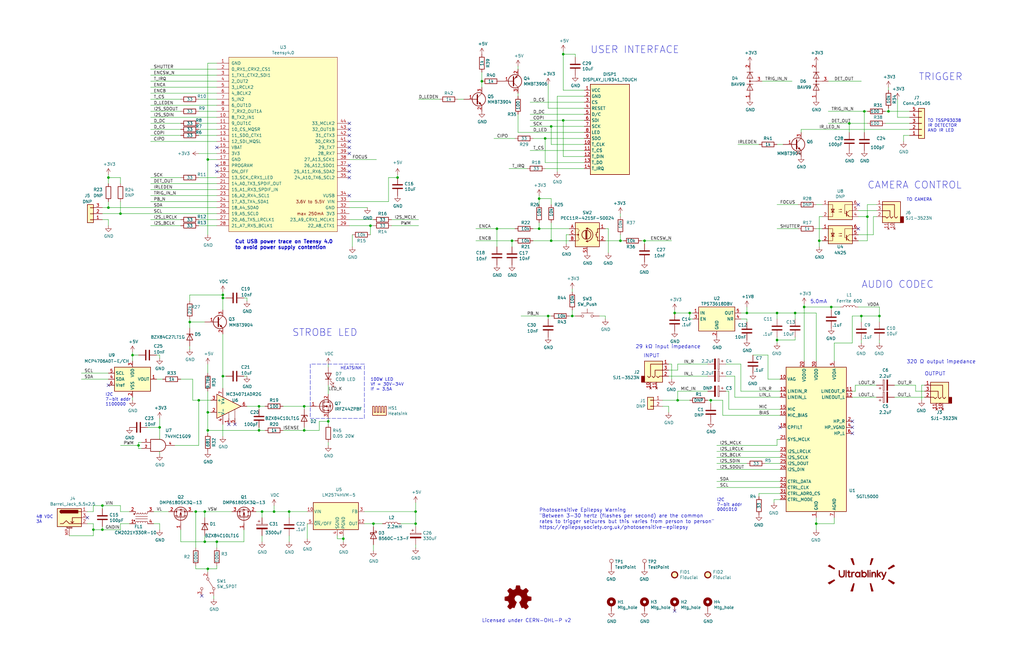
<source format=kicad_sch>
(kicad_sch (version 20211123) (generator eeschema)
  (paper "B")
  (title_block (title "Ultrablinky") (date "2021-05-26") (rev "B"))
  (junction (at 167.64 74.93))
  (junction (at 115.57 215.9))
  (junction (at 58.42 187.96))
  (junction (at 91.44 228.6))
  (junction (at 344.17 220.98))
  (junction (at 109.22 181.61))
  (junction (at 128.27 171.45))
  (junction (at 241.3 133.35))
  (junction (at 50.8 90.17))
  (junction (at 45.72 74.93))
  (junction (at 109.22 171.45))
  (junction (at 339.09 129.54))
  (junction (at 290.83 132.08))
  (junction (at 232.41 53.34))
  (junction (at 209.55 96.52))
  (junction (at 86.36 228.6))
  (junction (at 110.49 215.9))
  (junction (at 271.78 101.6))
  (junction (at 43.18 223.52))
  (junction (at 237.49 22.86))
  (junction (at 229.87 58.42))
  (junction (at 121.92 215.9))
  (junction (at 237.49 50.8))
  (junction (at 284.48 132.08))
  (junction (at 45.72 87.63))
  (junction (at 175.26 215.9))
  (junction (at 87.63 173.99))
  (junction (at 128.27 181.61))
  (junction (at 364.49 46.99))
  (junction (at 261.62 101.6))
  (junction (at 215.9 101.6))
  (junction (at 175.26 220.98))
  (junction (at 138.43 177.8))
  (junction (at 285.75 168.91))
  (junction (at 358.14 52.07))
  (junction (at 314.96 132.08))
  (junction (at 299.72 168.91))
  (junction (at 335.28 132.08))
  (junction (at 370.84 133.35))
  (junction (at 144.78 227.33))
  (junction (at 350.52 129.54))
  (junction (at 227.33 96.52))
  (junction (at 363.22 133.35))
  (junction (at 67.31 180.34))
  (junction (at 374.65 46.99))
  (junction (at 86.36 215.9))
  (junction (at 93.98 124.46))
  (junction (at 87.63 240.03))
  (junction (at 327.66 143.51))
  (junction (at 157.48 220.98))
  (junction (at 345.44 101.6))
  (junction (at 232.41 101.6))
  (junction (at 39.37 223.52))
  (junction (at 87.63 181.61))
  (junction (at 93.98 158.75))
  (junction (at 93.98 125.73))
  (junction (at 231.14 133.35))
  (junction (at 83.82 168.91))
  (junction (at 82.55 215.9))
  (junction (at 80.01 135.89))
  (junction (at 156.21 95.25))
  (junction (at 203.2 34.29))
  (junction (at 43.18 213.36))
  (junction (at 87.63 67.31))
  (junction (at 365.76 91.44))
  (junction (at 227.33 83.82))
  (junction (at 327.66 132.08))
  (junction (at 55.88 149.86))
  (no_connect (at 91.44 62.23))
  (no_connect (at 45.72 162.56))
  (no_connect (at 147.32 82.55))
  (no_connect (at 328.93 180.34))
  (no_connect (at 85.09 251.46))
  (no_connect (at 147.32 69.85))
  (no_connect (at 361.95 86.36))
  (no_connect (at 359.41 177.8))
  (no_connect (at 147.32 74.93))
  (no_connect (at 36.83 218.44))
  (no_connect (at 96.52 179.07))
  (no_connect (at 284.48 257.81))
  (no_connect (at 361.95 96.52))
  (no_connect (at 147.32 57.15))
  (no_connect (at 147.32 62.23))
  (no_connect (at 147.32 52.07))
  (no_connect (at 359.41 182.88))
  (no_connect (at 91.44 72.39))
  (no_connect (at 359.41 180.34))
  (no_connect (at 147.32 59.69))
  (no_connect (at 91.44 69.85))
  (no_connect (at 99.06 179.07))
  (no_connect (at 147.32 54.61))
  (no_connect (at 147.32 72.39))
  (no_connect (at 147.32 64.77))
  (wire (pts (xy 83.82 54.61) (xy 91.44 54.61)))
  (wire (pts (xy 302.26 187.96) (xy 327.66 187.96)))
  (wire (pts (xy 91.44 67.31) (xy 87.63 67.31)))
  (wire (pts (xy 134.62 177.8) (xy 138.43 177.8)))
  (wire (pts (xy 321.31 34.29) (xy 334.01 34.29)))
  (wire (pts (xy 142.24 227.33) (xy 144.78 227.33)))
  (wire (pts (xy 373.38 52.07) (xy 383.54 52.07)))
  (wire (pts (xy 241.3 130.81) (xy 241.3 133.35)))
  (wire (pts (xy 58.42 186.69) (xy 58.42 187.96)))
  (wire (pts (xy 43.18 87.63) (xy 45.72 87.63)))
  (wire (pts (xy 83.82 52.07) (xy 91.44 52.07)))
  (wire (pts (xy 134.62 181.61) (xy 134.62 177.8)))
  (wire (pts (xy 175.26 231.14) (xy 175.26 229.87)))
  (wire (pts (xy 138.43 154.94) (xy 138.43 153.67)))
  (wire (pts (xy 93.98 179.07) (xy 93.98 184.15)))
  (wire (pts (xy 95.25 158.75) (xy 93.98 158.75)))
  (wire (pts (xy 156.21 99.06) (xy 156.21 95.25)))
  (wire (pts (xy 153.67 220.98) (xy 157.48 220.98)))
  (wire (pts (xy 175.26 215.9) (xy 175.26 220.98)))
  (wire (pts (xy 86.36 215.9) (xy 97.79 215.9)))
  (wire (pts (xy 389.89 162.56) (xy 388.62 162.56)))
  (wire (pts (xy 302.26 190.5) (xy 328.93 190.5)))
  (wire (pts (xy 344.17 132.08) (xy 344.17 152.4)))
  (wire (pts (xy 109.22 171.45) (xy 104.14 171.45)))
  (wire (pts (xy 76.2 52.07) (xy 63.5 52.07)))
  (wire (pts (xy 80.01 147.32) (xy 80.01 146.05)))
  (wire (pts (xy 238.76 99.06) (xy 240.03 99.06)))
  (wire (pts (xy 285.75 153.67) (xy 285.75 156.21)))
  (wire (pts (xy 218.44 48.26) (xy 218.44 55.88)))
  (wire (pts (xy 144.78 228.6) (xy 144.78 227.33)))
  (wire (pts (xy 82.55 231.14) (xy 82.55 215.9)))
  (wire (pts (xy 147.32 87.63) (xy 154.94 87.63)))
  (wire (pts (xy 262.89 101.6) (xy 261.62 101.6)))
  (wire (pts (xy 81.28 168.91) (xy 83.82 168.91)))
  (wire (pts (xy 246.38 43.18) (xy 223.52 43.18)))
  (wire (pts (xy 285.75 168.91) (xy 290.83 168.91)))
  (wire (pts (xy 374.65 46.99) (xy 374.65 45.72)))
  (wire (pts (xy 388.62 162.56) (xy 388.62 168.91)))
  (wire (pts (xy 359.41 165.1) (xy 360.68 165.1)))
  (wire (pts (xy 214.63 71.12) (xy 222.25 71.12)))
  (wire (pts (xy 363.22 144.78) (xy 363.22 143.51)))
  (wire (pts (xy 240.03 133.35) (xy 241.3 133.35)))
  (wire (pts (xy 309.88 158.75) (xy 306.07 158.75)))
  (polyline (pts (xy 130.81 176.53) (xy 153.67 176.53)))
  (wire (pts (xy 246.38 63.5) (xy 223.52 63.5)))
  (wire (pts (xy 157.48 232.41) (xy 157.48 229.87)))
  (wire (pts (xy 121.92 215.9) (xy 129.54 215.9)))
  (wire (pts (xy 312.42 165.1) (xy 312.42 153.67)))
  (wire (pts (xy 337.82 55.88) (xy 337.82 54.61)))
  (wire (pts (xy 237.49 22.86) (xy 237.49 38.1)))
  (wire (pts (xy 217.17 58.42) (xy 208.28 58.42)))
  (wire (pts (xy 374.65 46.99) (xy 383.54 46.99)))
  (wire (pts (xy 119.38 181.61) (xy 128.27 181.61)))
  (wire (pts (xy 327.66 96.52) (xy 336.55 96.52)))
  (wire (pts (xy 58.42 149.86) (xy 55.88 149.86)))
  (wire (pts (xy 246.38 71.12) (xy 229.87 71.12)))
  (wire (pts (xy 359.41 133.35) (xy 363.22 133.35)))
  (wire (pts (xy 34.29 160.02) (xy 45.72 160.02)))
  (wire (pts (xy 302.26 198.12) (xy 328.93 198.12)))
  (wire (pts (xy 73.66 187.96) (xy 83.82 187.96)))
  (wire (pts (xy 232.41 53.34) (xy 223.52 53.34)))
  (wire (pts (xy 365.76 91.44) (xy 361.95 91.44)))
  (wire (pts (xy 129.54 220.98) (xy 129.54 227.33)))
  (wire (pts (xy 175.26 222.25) (xy 175.26 220.98)))
  (wire (pts (xy 64.77 220.98) (xy 67.31 220.98)))
  (wire (pts (xy 86.36 226.06) (xy 86.36 228.6)))
  (wire (pts (xy 377.19 167.64) (xy 389.89 167.64)))
  (wire (pts (xy 317.5 149.86) (xy 323.85 149.86)))
  (wire (pts (xy 290.83 134.62) (xy 290.83 132.08)))
  (wire (pts (xy 345.44 101.6) (xy 345.44 91.44)))
  (wire (pts (xy 364.49 55.88) (xy 364.49 46.99)))
  (wire (pts (xy 50.8 90.17) (xy 91.44 90.17)))
  (wire (pts (xy 351.79 218.44) (xy 351.79 220.98)))
  (wire (pts (xy 302.26 193.04) (xy 328.93 193.04)))
  (wire (pts (xy 231.14 35.56) (xy 231.14 45.72)))
  (wire (pts (xy 93.98 124.46) (xy 93.98 125.73)))
  (wire (pts (xy 63.5 80.01) (xy 91.44 80.01)))
  (wire (pts (xy 246.38 48.26) (xy 223.52 48.26)))
  (wire (pts (xy 167.64 73.66) (xy 167.64 74.93)))
  (wire (pts (xy 299.72 168.91) (xy 299.72 170.18)))
  (wire (pts (xy 67.31 180.34) (xy 67.31 185.42)))
  (wire (pts (xy 335.28 132.08) (xy 344.17 132.08)))
  (wire (pts (xy 246.38 45.72) (xy 231.14 45.72)))
  (wire (pts (xy 86.36 228.6) (xy 91.44 228.6)))
  (wire (pts (xy 224.79 101.6) (xy 232.41 101.6)))
  (wire (pts (xy 63.5 46.99) (xy 76.2 46.99)))
  (wire (pts (xy 271.78 101.6) (xy 270.51 101.6)))
  (wire (pts (xy 224.79 96.52) (xy 227.33 96.52)))
  (wire (pts (xy 314.96 135.89) (xy 314.96 134.62)))
  (wire (pts (xy 76.2 223.52) (xy 76.2 228.6)))
  (wire (pts (xy 68.58 160.02) (xy 66.04 160.02)))
  (wire (pts (xy 80.01 138.43) (xy 80.01 135.89)))
  (wire (pts (xy 312.42 132.08) (xy 314.96 132.08)))
  (wire (pts (xy 147.32 67.31) (xy 158.75 67.31)))
  (wire (pts (xy 121.92 226.06) (xy 121.92 228.6)))
  (wire (pts (xy 76.2 228.6) (xy 86.36 228.6)))
  (wire (pts (xy 281.94 173.99) (xy 281.94 171.45)))
  (wire (pts (xy 93.98 125.73) (xy 93.98 130.81)))
  (wire (pts (xy 91.44 228.6) (xy 102.87 228.6)))
  (wire (pts (xy 76.2 41.91) (xy 63.5 41.91)))
  (wire (pts (xy 45.72 74.93) (xy 50.8 74.93)))
  (wire (pts (xy 58.42 189.23) (xy 59.69 189.23)))
  (wire (pts (xy 320.04 209.55) (xy 320.04 208.28)))
  (wire (pts (xy 93.98 140.97) (xy 93.98 158.75)))
  (wire (pts (xy 91.44 64.77) (xy 83.82 64.77)))
  (wire (pts (xy 360.68 165.1) (xy 360.68 162.56)))
  (wire (pts (xy 314.96 132.08) (xy 327.66 132.08)))
  (wire (pts (xy 227.33 83.82) (xy 232.41 83.82)))
  (wire (pts (xy 83.82 92.71) (xy 91.44 92.71)))
  (wire (pts (xy 110.49 215.9) (xy 115.57 215.9)))
  (wire (pts (xy 327.66 132.08) (xy 335.28 132.08)))
  (wire (pts (xy 55.88 168.91) (xy 55.88 167.64)))
  (wire (pts (xy 283.21 153.67) (xy 283.21 160.02)))
  (wire (pts (xy 290.83 132.08) (xy 284.48 132.08)))
  (wire (pts (xy 232.41 93.98) (xy 232.41 101.6)))
  (wire (pts (xy 237.49 38.1) (xy 246.38 38.1)))
  (wire (pts (xy 83.82 41.91) (xy 91.44 41.91)))
  (wire (pts (xy 83.82 46.99) (xy 91.44 46.99)))
  (wire (pts (xy 328.93 210.82) (xy 326.39 210.82)))
  (wire (pts (xy 176.53 95.25) (xy 165.1 95.25)))
  (wire (pts (xy 328.93 208.28) (xy 320.04 208.28)))
  (wire (pts (xy 36.83 220.98) (xy 39.37 220.98)))
  (wire (pts (xy 360.68 162.56) (xy 369.57 162.56)))
  (wire (pts (xy 63.5 49.53) (xy 91.44 49.53)))
  (wire (pts (xy 39.37 226.06) (xy 29.21 226.06)))
  (wire (pts (xy 339.09 128.27) (xy 339.09 129.54)))
  (wire (pts (xy 87.63 99.06) (xy 87.63 67.31)))
  (wire (pts (xy 361.95 129.54) (xy 370.84 129.54)))
  (wire (pts (xy 327.66 143.51) (xy 327.66 142.24)))
  (wire (pts (xy 67.31 191.77) (xy 67.31 190.5)))
  (wire (pts (xy 255.27 133.35) (xy 255.27 134.62)))
  (wire (pts (xy 306.07 165.1) (xy 307.34 165.1)))
  (wire (pts (xy 218.44 55.88) (xy 246.38 55.88)))
  (wire (pts (xy 335.28 134.62) (xy 335.28 132.08)))
  (wire (pts (xy 63.5 39.37) (xy 91.44 39.37)))
  (wire (pts (xy 119.38 171.45) (xy 128.27 171.45)))
  (wire (pts (xy 91.44 77.47) (xy 63.5 77.47)))
  (wire (pts (xy 227.33 86.36) (xy 227.33 83.82)))
  (wire (pts (xy 246.38 58.42) (xy 229.87 58.42)))
  (wire (pts (xy 255.27 101.6) (xy 261.62 101.6)))
  (wire (pts (xy 298.45 158.75) (xy 281.94 158.75)))
  (wire (pts (xy 58.42 187.96) (xy 58.42 189.23)))
  (wire (pts (xy 299.72 168.91) (xy 304.8 168.91)))
  (wire (pts (xy 345.44 104.14) (xy 345.44 101.6)))
  (wire (pts (xy 361.95 101.6) (xy 365.76 101.6)))
  (wire (pts (xy 58.42 187.96) (xy 50.8 187.96)))
  (wire (pts (xy 271.78 102.87) (xy 271.78 101.6)))
  (wire (pts (xy 363.22 133.35) (xy 370.84 133.35)))
  (wire (pts (xy 378.46 49.53) (xy 383.54 49.53)))
  (wire (pts (xy 246.38 53.34) (xy 232.41 53.34)))
  (wire (pts (xy 227.33 93.98) (xy 227.33 96.52)))
  (wire (pts (xy 349.25 52.07) (xy 358.14 52.07)))
  (wire (pts (xy 87.63 181.61) (xy 87.63 173.99)))
  (wire (pts (xy 121.92 218.44) (xy 121.92 215.9)))
  (wire (pts (xy 292.1 134.62) (xy 290.83 134.62)))
  (wire (pts (xy 34.29 157.48) (xy 45.72 157.48)))
  (wire (pts (xy 327.66 185.42) (xy 328.93 185.42)))
  (wire (pts (xy 80.01 134.62) (xy 80.01 135.89)))
  (wire (pts (xy 350.52 129.54) (xy 339.09 129.54)))
  (wire (pts (xy 91.44 231.14) (xy 91.44 228.6)))
  (wire (pts (xy 138.43 176.53) (xy 138.43 177.8)))
  (wire (pts (xy 82.55 240.03) (xy 87.63 240.03)))
  (wire (pts (xy 104.14 127) (xy 104.14 125.73)))
  (wire (pts (xy 370.84 133.35) (xy 370.84 135.89)))
  (wire (pts (xy 364.49 46.99) (xy 365.76 46.99)))
  (wire (pts (xy 91.44 31.75) (xy 63.5 31.75)))
  (wire (pts (xy 76.2 160.02) (xy 81.28 160.02)))
  (wire (pts (xy 128.27 181.61) (xy 134.62 181.61)))
  (wire (pts (xy 369.57 88.9) (xy 361.95 88.9)))
  (wire (pts (xy 386.08 162.56) (xy 386.08 165.1)))
  (wire (pts (xy 327.66 86.36) (xy 336.55 86.36)))
  (wire (pts (xy 153.67 215.9) (xy 175.26 215.9)))
  (wire (pts (xy 218.44 27.94) (xy 218.44 29.21)))
  (wire (pts (xy 330.2 60.96) (xy 327.66 60.96)))
  (wire (pts (xy 346.71 96.52) (xy 344.17 96.52)))
  (wire (pts (xy 302.26 203.2) (xy 328.93 203.2)))
  (wire (pts (xy 284.48 132.08) (xy 284.48 130.81)))
  (wire (pts (xy 43.18 222.25) (xy 43.18 223.52)))
  (wire (pts (xy 50.8 213.36) (xy 50.8 215.9)))
  (wire (pts (xy 237.49 21.59) (xy 237.49 22.86)))
  (wire (pts (xy 285.75 165.1) (xy 285.75 168.91)))
  (wire (pts (xy 368.3 91.44) (xy 369.57 91.44)))
  (polyline (pts (xy 130.81 153.67) (xy 130.81 176.53)))
  (wire (pts (xy 358.14 52.07) (xy 358.14 55.88)))
  (wire (pts (xy 304.8 175.26) (xy 304.8 168.91)))
  (wire (pts (xy 138.43 186.69) (xy 138.43 187.96)))
  (wire (pts (xy 102.87 228.6) (xy 102.87 223.52)))
  (wire (pts (xy 175.26 212.09) (xy 175.26 215.9)))
  (wire (pts (xy 128.27 171.45) (xy 130.81 171.45)))
  (wire (pts (xy 374.65 46.99) (xy 373.38 46.99)))
  (wire (pts (xy 43.18 90.17) (xy 50.8 90.17)))
  (wire (pts (xy 359.41 144.78) (xy 359.41 133.35)))
  (wire (pts (xy 309.88 167.64) (xy 328.93 167.64)))
  (wire (pts (xy 203.2 30.48) (xy 203.2 34.29)))
  (wire (pts (xy 111.76 181.61) (xy 109.22 181.61)))
  (wire (pts (xy 312.42 165.1) (xy 328.93 165.1)))
  (wire (pts (xy 304.8 175.26) (xy 328.93 175.26)))
  (wire (pts (xy 209.55 104.14) (xy 209.55 96.52)))
  (wire (pts (xy 39.37 223.52) (xy 39.37 226.06)))
  (wire (pts (xy 307.34 165.1) (xy 307.34 172.72)))
  (wire (pts (xy 335.28 143.51) (xy 327.66 143.51)))
  (wire (pts (xy 219.71 133.35) (xy 231.14 133.35)))
  (wire (pts (xy 215.9 101.6) (xy 217.17 101.6)))
  (wire (pts (xy 281.94 171.45) (xy 279.4 171.45)))
  (wire (pts (xy 63.5 82.55) (xy 91.44 82.55)))
  (wire (pts (xy 81.28 215.9) (xy 82.55 215.9)))
  (wire (pts (xy 91.44 240.03) (xy 91.44 238.76)))
  (wire (pts (xy 45.72 85.09) (xy 45.72 87.63)))
  (wire (pts (xy 87.63 26.67) (xy 91.44 26.67)))
  (wire (pts (xy 82.55 215.9) (xy 86.36 215.9)))
  (wire (pts (xy 237.49 50.8) (xy 237.49 66.04)))
  (wire (pts (xy 54.61 220.98) (xy 50.8 220.98)))
  (wire (pts (xy 312.42 153.67) (xy 306.07 153.67)))
  (wire (pts (xy 218.44 39.37) (xy 218.44 40.64)))
  (wire (pts (xy 50.8 223.52) (xy 50.8 220.98)))
  (wire (pts (xy 290.83 132.08) (xy 292.1 132.08)))
  (wire (pts (xy 163.83 85.09) (xy 163.83 74.93)))
  (wire (pts (xy 386.08 162.56) (xy 377.19 162.56)))
  (wire (pts (xy 80.01 135.89) (xy 86.36 135.89)))
  (wire (pts (xy 64.77 215.9) (xy 71.12 215.9)))
  (wire (pts (xy 261.62 99.06) (xy 261.62 101.6)))
  (wire (pts (xy 157.48 95.25) (xy 156.21 95.25)))
  (wire (pts (xy 354.33 129.54) (xy 350.52 129.54)))
  (wire (pts (xy 82.55 238.76) (xy 82.55 240.03)))
  (wire (pts (xy 314.96 129.54) (xy 314.96 132.08)))
  (wire (pts (xy 326.39 210.82) (xy 326.39 212.09)))
  (wire (pts (xy 138.43 162.56) (xy 138.43 166.37)))
  (wire (pts (xy 63.5 85.09) (xy 91.44 85.09)))
  (wire (pts (xy 45.72 73.66) (xy 45.72 74.93)))
  (wire (pts (xy 246.38 60.96) (xy 232.41 60.96)))
  (wire (pts (xy 93.98 123.19) (xy 93.98 124.46)))
  (wire (pts (xy 39.37 223.52) (xy 43.18 223.52)))
  (wire (pts (xy 298.45 168.91) (xy 299.72 168.91)))
  (wire (pts (xy 63.5 95.25) (xy 76.2 95.25)))
  (polyline (pts (xy 153.67 153.67) (xy 130.81 153.67)))
  (wire (pts (xy 83.82 74.93) (xy 91.44 74.93)))
  (wire (pts (xy 246.38 68.58) (xy 229.87 68.58)))
  (wire (pts (xy 241.3 121.92) (xy 241.3 123.19)))
  (wire (pts (xy 67.31 149.86) (xy 66.04 149.86)))
  (wire (pts (xy 128.27 172.72) (xy 128.27 171.45)))
  (wire (pts (xy 142.24 226.06) (xy 142.24 227.33)))
  (wire (pts (xy 109.22 181.61) (xy 87.63 181.61)))
  (wire (pts (xy 242.57 22.86) (xy 237.49 22.86)))
  (wire (pts (xy 238.76 102.87) (xy 238.76 99.06)))
  (wire (pts (xy 67.31 220.98) (xy 67.31 223.52)))
  (wire (pts (xy 229.87 58.42) (xy 224.79 58.42)))
  (wire (pts (xy 344.17 223.52) (xy 344.17 220.98)))
  (wire (pts (xy 386.08 165.1) (xy 389.89 165.1)))
  (wire (pts (xy 381 57.15) (xy 381 59.69)))
  (wire (pts (xy 104.14 125.73) (xy 102.87 125.73)))
  (wire (pts (xy 115.57 215.9) (xy 121.92 215.9)))
  (wire (pts (xy 327.66 187.96) (xy 327.66 185.42)))
  (wire (pts (xy 168.91 220.98) (xy 175.26 220.98)))
  (wire (pts (xy 163.83 74.93) (xy 167.64 74.93)))
  (polyline (pts (xy 153.67 176.53) (xy 153.67 153.67)))
  (wire (pts (xy 128.27 180.34) (xy 128.27 181.61)))
  (wire (pts (xy 83.82 168.91) (xy 88.9 168.91)))
  (wire (pts (xy 285.75 156.21) (xy 281.94 156.21)))
  (wire (pts (xy 39.37 220.98) (xy 39.37 223.52)))
  (wire (pts (xy 231.14 133.35) (xy 232.41 133.35)))
  (wire (pts (xy 138.43 177.8) (xy 138.43 179.07)))
  (wire (pts (xy 256.54 96.52) (xy 255.27 96.52)))
  (wire (pts (xy 110.49 215.9) (xy 110.49 218.44)))
  (wire (pts (xy 261.62 90.17) (xy 261.62 91.44)))
  (wire (pts (xy 345.44 101.6) (xy 346.71 101.6)))
  (wire (pts (xy 256.54 106.68) (xy 256.54 96.52)))
  (wire (pts (xy 63.5 44.45) (xy 91.44 44.45)))
  (wire (pts (xy 107.95 215.9) (xy 110.49 215.9)))
  (wire (pts (xy 43.18 214.63) (xy 43.18 213.36)))
  (wire (pts (xy 109.22 171.45) (xy 111.76 171.45)))
  (wire (pts (xy 157.48 222.25) (xy 157.48 220.98)))
  (wire (pts (xy 39.37 215.9) (xy 39.37 213.36)))
  (wire (pts (xy 209.55 96.52) (xy 217.17 96.52)))
  (wire (pts (xy 90.17 251.46) (xy 90.17 252.73)))
  (wire (pts (xy 361.95 99.06) (xy 368.3 99.06)))
  (wire (pts (xy 349.25 34.29) (xy 363.22 34.29)))
  (wire (pts (xy 203.2 36.83) (xy 203.2 34.29)))
  (wire (pts (xy 63.5 29.21) (xy 91.44 29.21)))
  (wire (pts (xy 55.88 152.4) (xy 55.88 149.86)))
  (wire (pts (xy 345.44 91.44) (xy 346.71 91.44)))
  (wire (pts (xy 45.72 92.71) (xy 45.72 95.25)))
  (wire (pts (xy 147.32 92.71) (xy 157.48 92.71)))
  (wire (pts (xy 104.14 158.75) (xy 102.87 158.75)))
  (wire (pts (xy 87.63 26.67) (xy 87.63 67.31)))
  (wire (pts (xy 50.8 74.93) (xy 50.8 77.47)))
  (wire (pts (xy 358.14 52.07) (xy 365.76 52.07)))
  (wire (pts (xy 227.33 96.52) (xy 240.03 96.52)))
  (wire (pts (xy 115.57 213.36) (xy 115.57 215.9)))
  (wire (pts (xy 231.14 134.62) (xy 231.14 133.35)))
  (wire (pts (xy 378.46 41.91) (xy 378.46 49.53)))
  (wire (pts (xy 147.32 85.09) (xy 163.83 85.09)))
  (wire (pts (xy 242.57 24.13) (xy 242.57 22.86)))
  (wire (pts (xy 36.83 215.9) (xy 39.37 215.9)))
  (wire (pts (xy 59.69 186.69) (xy 58.42 186.69)))
  (wire (pts (xy 148.59 104.14) (xy 148.59 99.06)))
  (wire (pts (xy 369.57 167.64) (xy 359.41 167.64)))
  (wire (pts (xy 87.63 182.88) (xy 87.63 181.61)))
  (wire (pts (xy 195.58 41.91) (xy 193.04 41.91)))
  (wire (pts (xy 80.01 127) (xy 80.01 124.46)))
  (wire (pts (xy 76.2 57.15) (xy 63.5 57.15)))
  (wire (pts (xy 365.76 101.6) (xy 365.76 91.44)))
  (wire (pts (xy 109.22 172.72) (xy 109.22 171.45)))
  (wire (pts (xy 86.36 218.44) (xy 86.36 215.9)))
  (wire (pts (xy 83.82 95.25) (xy 91.44 95.25)))
  (wire (pts (xy 54.61 215.9) (xy 50.8 215.9)))
  (wire (pts (xy 344.17 218.44) (xy 344.17 220.98)))
  (wire (pts (xy 302.26 205.74) (xy 328.93 205.74)))
  (wire (pts (xy 76.2 54.61) (xy 63.5 54.61)))
  (wire (pts (xy 87.63 241.3) (xy 87.63 240.03)))
  (wire (pts (xy 344.17 86.36) (xy 346.71 86.36)))
  (wire (pts (xy 93.98 158.75) (xy 93.98 163.83)))
  (wire (pts (xy 45.72 77.47) (xy 45.72 74.93)))
  (wire (pts (xy 322.58 195.58) (xy 328.93 195.58)))
  (wire (pts (xy 81.28 160.02) (xy 81.28 168.91)))
  (wire (pts (xy 176.53 41.91) (xy 185.42 41.91)))
  (wire (pts (xy 45.72 87.63) (xy 91.44 87.63)))
  (wire (pts (xy 281.94 153.67) (xy 283.21 153.67)))
  (wire (pts (xy 156.21 95.25) (xy 147.32 95.25)))
  (wire (pts (xy 237.49 50.8) (xy 223.52 50.8)))
  (wire (pts (xy 209.55 96.52) (xy 200.66 96.52)))
  (wire (pts (xy 374.65 38.1) (xy 374.65 36.83)))
  (wire (pts (xy 91.44 57.15) (xy 83.82 57.15)))
  (wire (pts (xy 232.41 53.34) (xy 232.41 60.96)))
  (wire (pts (xy 350.52 130.81) (xy 350.52 129.54)))
  (wire (pts (xy 351.79 144.78) (xy 351.79 152.4)))
  (wire (pts (xy 370.84 143.51) (xy 370.84 144.78)))
  (wire (pts (xy 43.18 92.71) (xy 45.72 92.71)))
  (wire (pts (xy 109.22 181.61) (xy 109.22 180.34)))
  (wire (pts (xy 368.3 99.06) (xy 368.3 91.44)))
  (wire (pts (xy 344.17 220.98) (xy 351.79 220.98)))
  (wire (pts (xy 63.5 36.83) (xy 91.44 36.83)))
  (wire (pts (xy 335.28 142.24) (xy 335.28 143.51)))
  (wire (pts (xy 215.9 104.14) (xy 215.9 101.6)))
  (wire (pts (xy 55.88 148.59) (xy 55.88 149.86)))
  (wire (pts (xy 232.41 101.6) (xy 240.03 101.6)))
  (wire (pts (xy 95.25 125.73) (xy 93.98 125.73)))
  (wire (pts (xy 87.63 240.03) (xy 91.44 240.03)))
  (wire (pts (xy 246.38 66.04) (xy 237.49 66.04)))
  (wire (pts (xy 62.23 180.34) (xy 67.31 180.34)))
  (wire (pts (xy 323.85 160.02) (xy 328.93 160.02)))
  (wire (pts (xy 339.09 129.54) (xy 339.09 152.4)))
  (wire (pts (xy 383.54 57.15) (xy 381 57.15)))
  (wire (pts (xy 110.49 228.6) (xy 110.49 226.06)))
  (wire (pts (xy 232.41 83.82) (xy 232.41 86.36)))
  (wire (pts (xy 327.66 134.62) (xy 327.66 132.08)))
  (wire (pts (xy 234.95 40.64) (xy 234.95 72.39)))
  (wire (pts (xy 246.38 50.8) (xy 237.49 50.8)))
  (wire (pts (xy 298.45 153.67) (xy 285.75 153.67)))
  (wire (pts (xy 314.96 134.62) (xy 312.42 134.62)))
  (wire (pts (xy 365.76 91.44) (xy 365.76 86.36)))
  (wire (pts (xy 309.88 167.64) (xy 309.88 158.75)))
  (wire (pts (xy 283.21 101.6) (xy 271.78 101.6)))
  (wire (pts (xy 63.5 92.71) (xy 76.2 92.71)))
  (wire (pts (xy 87.63 173.99) (xy 88.9 173.99)))
  (wire (pts (xy 307.34 172.72) (xy 328.93 172.72)))
  (wire (pts (xy 76.2 74.93) (xy 63.5 74.93)))
  (wire (pts (xy 227.33 82.55) (xy 227.33 83.82)))
  (wire (pts (xy 365.76 86.36) (xy 369.57 86.36)))
  (wire (pts (xy 323.85 149.86) (xy 323.85 160.02)))
  (wire (pts (xy 229.87 68.58) (xy 229.87 58.42)))
  (wire (pts (xy 165.1 92.71) (xy 176.53 92.71)))
  (wire (pts (xy 43.18 213.36) (xy 50.8 213.36)))
  (wire (pts (xy 144.78 226.06) (xy 144.78 227.33)))
  (wire (pts (xy 302.26 195.58) (xy 314.96 195.58)))
  (wire (pts (xy 157.48 220.98) (xy 161.29 220.98)))
  (wire (pts (xy 67.31 176.53) (xy 67.31 180.34)))
  (wire (pts (xy 63.5 59.69) (xy 91.44 59.69)))
  (wire (pts (xy 337.82 54.61) (xy 383.54 54.61)))
  (wire (pts (xy 285.75 168.91) (xy 279.4 168.91)))
  (wire (pts (xy 246.38 40.64) (xy 234.95 40.64)))
  (wire (pts (xy 87.63 165.1) (xy 87.63 173.99)))
  (wire (pts (xy 349.25 46.99) (xy 364.49 46.99)))
  (wire (pts (xy 87.63 153.67) (xy 87.63 157.48)))
  (wire (pts (xy 311.15 60.96) (xy 320.04 60.96)))
  (wire (pts (xy 252.73 133.35) (xy 255.27 133.35)))
  (wire (pts (xy 215.9 101.6) (xy 200.66 101.6)))
  (wire (pts (xy 298.45 165.1) (xy 285.75 165.1)))
  (wire (pts (xy 39.37 213.36) (xy 43.18 213.36)))
  (wire (pts (xy 50.8 85.09) (xy 50.8 90.17)))
  (wire (pts (xy 363.22 135.89) (xy 363.22 133.35)))
  (wire (pts (xy 67.31 151.13) (xy 67.31 149.86)))
  (wire (pts (xy 327.66 144.78) (xy 327.66 143.51)))
  (wire (pts (xy 43.18 223.52) (xy 50.8 223.52)))
  (wire (pts (xy 63.5 34.29) (xy 91.44 34.29)))
  (wire (pts (xy 351.79 144.78) (xy 359.41 144.78)))
  (wire (pts (xy 370.84 129.54) (xy 370.84 133.35)))
  (wire (pts (xy 241.3 133.35) (xy 242.57 133.35)))
  (wire (pts (xy 80.01 124.46) (xy 93.98 124.46)))
  (wire (pts (xy 83.82 168.91) (xy 83.82 187.96)))
  (text "48 VDC\n3A" (at 15.24 220.98 0) (effects (font (size 1.27 1.27)) (justify left bottom)))
  (text "320 Ω output impedance" (at 382.27 153.67 0) (effects (font (size 1.524 1.524)) (justify left bottom)))
  (text "5.0mA" (at 341.63 128.27 0) (effects (font (size 1.524 1.524)) (justify left bottom)))
  (text "AUDIO CODEC" (at 363.22 121.92 0) (effects (font (size 2.9972 2.9972)) (justify left bottom)))
  (text "USER INTERFACE" (at 248.92 22.86 0) (effects (font (size 2.9972 2.9972)) (justify left bottom)))
  (text "TO CAMERA" (at 382.27 85.09 0) (effects (font (size 1.27 1.27)) (justify left bottom)))
  (text "OUTPUT" (at 389.89 158.75 0) (effects (font (size 1.524 1.524)) (justify left bottom)))
  (text "I2C\n7-bit addr\n0001010" (at 302.26 215.9 0) (effects (font (size 1.27 1.27)) (justify left bottom)))
  (text "100W LED\nVf = 30V-34V\nIf = 3.5A" (at 156.21 165.1 0) (effects (font (size 1.27 1.27)) (justify left bottom)))
  (text "TO TSSP93038\nIR DETECTOR\nAND IR LED" (at 391.16 55.88 0) (effects (font (size 1.27 1.27)) (justify left bottom)))
  (text "TRIGGER" (at 387.35 34.29 0) (effects (font (size 2.9972 2.9972)) (justify left bottom)))
  (text "I2C\n7-bit addr\n1100000" (at 44.45 171.45 0) (effects (font (size 1.27 1.27)) (justify left bottom)))
  (text "Cut USB power trace on Teensy 4.0\nto avoid power supply contention" (at 99.06 105.41 0) (effects (font (size 1.4986 1.4986) (thickness 0.2997) bold) (justify left bottom)))
  (text "HEATSINK" (at 143.51 156.21 0) (effects (font (size 1.27 1.27)) (justify left bottom)))
  (text "INPUT" (at 278.13 151.13 180) (effects (font (size 1.524 1.524)) (justify right bottom)))
  (text "29 kΩ input impedance" (at 267.97 147.32 0) (effects (font (size 1.524 1.524)) (justify left bottom)))
  (text "Licensed under CERN-OHL-P v2" (at 203.2 262.89 0) (effects (font (size 1.4986 1.4986)) (justify left bottom)))
  (text "CAMERA CONTROL" (at 365.76 80.01 0) (effects (font (size 2.9972 2.9972)) (justify left bottom)))
  (text "STROBE LED" (at 123.19 142.24 0) (effects (font (size 2.9972 2.9972)) (justify left bottom)))
  (text "Photosensitive Epilepsy Warning\n\"Between 3-30 hertz (flashes per second) are the common \nrates to trigger seizures but this varies from person to person\"\nhttps://epilepsysociety.org.uk/photosensitive-epilepsy" (at 227.33 223.52 0) (effects (font (size 1.4986 1.4986)) (justify left bottom)))
  (label "SDA" (at 64.77 87.63 0))
  (label "VL" (at 66.04 215.9 0))
  (label "LED_K" (at 138.43 165.1 0))
  (label "DET_OUT" (at 64.77 77.47 0))
  (label "IR_LED_N" (at 345.44 54.61 0))
  (label "LOUT_L" (at 361.95 167.64 0))
  (label "IRLEDEN" (at 64.77 80.01 0))
  (label "T_IRQ" (at 215.9 71.12 0))
  (label "PB_N" (at 64.77 85.09 0))
  (label "LIN_R" (at 320.04 165.1 0))
  (label "D_CS" (at 64.77 54.61 0))
  (label "PB_N" (at 222.25 133.35 0))
  (label "ENCB" (at 201.93 101.6 0))
  (label "ENCSW_N" (at 64.77 31.75 0))
  (label "DET_OUT" (at 351.79 34.29 0))
  (label "FOCUS" (at 328.93 86.36 0))
  (label "SCL" (at 35.56 157.48 0))
  (label "ENCSW_N" (at 283.21 101.6 180))
  (label "IN_R" (at 288.29 153.67 0))
  (label "D_LED" (at 224.79 55.88 0))
  (label "SCL" (at 64.77 90.17 0))
  (label "T_CS" (at 224.79 63.5 0))
  (label "TRIG_IN_N" (at 350.52 46.99 0))
  (label "VIN" (at 44.45 213.36 0))
  (label "I2S_MCLK" (at 303.53 187.96 0))
  (label "CIPO" (at 209.55 58.42 0))
  (label "OUT_R" (at 378.46 162.56 0))
  (label "I2S_LRCLK" (at 64.77 92.71 0))
  (label "TRIG_IN_N" (at 322.58 34.29 0))
  (label "TRIG_IN_N" (at 64.77 82.55 0))
  (label "ISENSE" (at 119.38 181.61 0))
  (label "I2S_SDIN" (at 303.53 195.58 0))
  (label "ENCB" (at 64.77 39.37 0))
  (label "MIC_IN" (at 287.02 165.1 0))
  (label "COPI" (at 64.77 57.15 0))
  (label "T_IRQ" (at 64.77 34.29 0))
  (label "PWM" (at 52.07 187.96 0))
  (label "D_DC" (at 224.79 48.26 0))
  (label "FOCUS" (at 148.59 67.31 0))
  (label "I2S_SDOUT" (at 303.53 198.12 0))
  (label "D_CS" (at 224.79 43.18 0))
  (label "SCK" (at 224.79 53.34 0))
  (label "I2S_BCLK" (at 303.53 193.04 0))
  (label "IN_L" (at 288.29 158.75 0))
  (label "D_DC" (at 64.77 52.07 0))
  (label "I2S_LRCLK" (at 303.53 190.5 0))
  (label "IRLEDEN" (at 311.15 60.96 0))
  (label "I2S_BCLK" (at 64.77 95.25 0))
  (label "T_CS" (at 64.77 41.91 0))
  (label "BIAS" (at 320.04 175.26 0))
  (label "D_LEDEN" (at 64.77 44.45 0))
  (label "VDDA" (at 365.76 129.54 0))
  (label "SCL" (at 303.53 205.74 0))
  (label "I2S_MCLK" (at 166.37 92.71 0))
  (label "I2S_SDIN" (at 64.77 49.53 0))
  (label "D_LEDEN" (at 176.53 41.91 0))
  (label "CIPO" (at 64.77 59.69 0))
  (label "GNDIN" (at 44.45 223.52 0))
  (label "LIN_L" (at 320.04 167.64 0))
  (label "DET_OUT" (at 350.52 52.07 0))
  (label "COPI" (at 224.79 50.8 0))
  (label "SDA" (at 303.53 203.2 0))
  (label "SDA" (at 35.56 160.02 0))
  (label "ENCA" (at 64.77 36.83 0))
  (label "SHUTTER" (at 64.77 29.21 0))
  (label "PWM" (at 168.91 95.25 0))
  (label "LOUT_R" (at 361.95 162.56 0))
  (label "VSW" (at 87.63 215.9 0))
  (label "SHUTTER" (at 328.93 96.52 0))
  (label "MIC" (at 320.04 172.72 0))
  (label "OUT_L" (at 378.46 167.64 0))
  (label "I2S_SDOUT" (at 64.77 46.99 0))
  (label "SCK" (at 64.77 74.93 0))
  (label "ENCA" (at 201.93 96.52 0))
  (symbol (lib_id "Transistor_FET:IRLZ44N") (at 135.89 171.45 0) (unit 1)
    (property "Reference" "Q7" (at 141.0716 170.2816 0) (effects (justify left)))
    (property "Value" "IRFZ44ZPBF" (at 141.0716 172.593 0) (effects (justify left)))
    (property "Footprint" "Package_TO_SOT_THT:TO-220-3_Horizontal_TabDown" (effects hide))
    (property "Datasheet" "https://www.infineon.com/dgdl/irfz44zpbf.pdf?fileId=5546d462533600a40153563b6a15221c" (effects hide))
    (property "Source" "Mouser 942-IRFZ44ZPBF, Mouser 534-4724 " (effects hide))
  )
  (symbol (lib_id "Device:R") (at 115.57 171.45 270) (unit 1)
    (property "Reference" "R19" (at 115.57 168.91 90))
    (property "Value" "100" (at 115.57 171.45 90))
    (property "Footprint" "Resistor_SMD:R_0805_2012Metric" (effects hide))
    (property "Source" "Mouser 603-RC0805JR-07100RL" (effects hide))
  )
  (symbol (lib_id "Device:R") (at 115.57 181.61 270) (unit 1)
    (property "Reference" "R20" (at 115.57 179.07 90))
    (property "Value" "1k" (at 115.57 181.61 90))
    (property "Footprint" "Resistor_SMD:R_0805_2012Metric" (effects hide))
    (property "Source" "Mouser 603-RC0805JR-071KL" (effects hide))
  )
  (symbol (lib_id "Device:C") (at 109.22 176.53 0) (unit 1)
    (property "Reference" "C20" (at 105.41 173.99 0) (effects (justify left)))
    (property "Value" "100pF" (at 102.87 179.07 0) (effects (justify left)))
    (property "Footprint" "Capacitor_SMD:C_0805_2012Metric" (effects hide))
    (property "Source" "Mouser 80-C0805C101J1G" (effects hide))
  )
  (symbol (lib_id "Device:R") (at 138.43 182.88 0) (unit 1)
    (property "Reference" "R45" (at 140.208 181.7116 0) (effects (justify left)))
    (property "Value" "0.05 20W" (at 140.208 184.023 0) (effects (justify left)))
    (property "Footprint" "Package_TO_SOT_THT:TO-220-2_Horizontal_TabDown" (effects hide))
    (property "Source" "Mouser 652-PWR220T-20-R050J" (effects hide))
  )
  (symbol (lib_id "power:GND") (at 138.43 187.96 0) (unit 1)
    (property "Reference" "#PWR0101" (effects hide))
    (property "Value" "GND" (at 138.557 192.3542 0))
  )
  (symbol (lib_id "Device:LED") (at 138.43 158.75 90) (unit 1)
    (property "Reference" "D7" (at 141.4272 157.7594 90) (effects (justify right)))
    (property "Value" "COB LED" (at 141.4272 160.0708 90) (effects (justify right)))
    (property "Footprint" "0_my_footprints:LED_COB_100W" (effects hide))
    (property "Datasheet" "https://www.amazon.com/gp/product/B01DBZHUXA" (effects hide))
    (property "Source" "Amazon B01DBZHUXA" (effects hide))
  )
  (symbol (lib_id "0_my_symbols:MC34071ADR2G") (at 96.52 171.45 0) (unit 1)
    (property "Reference" "U6" (at 97.79 168.91 0) (effects (justify left)))
    (property "Value" "MC34071ADR2G" (at 95.25 166.37 0) (effects (justify left)))
    (property "Footprint" "Package_SO:SOIC-8_3.9x4.9mm_P1.27mm" (effects hide))
    (property "Source" "Mouser 863-MC34071ADR2G" (effects hide))
  )
  (symbol (lib_id "power:GND") (at 93.98 184.15 0) (unit 1)
    (property "Reference" "#PWR0103" (effects hide))
    (property "Value" "GND" (at 94.107 188.5442 0))
  )
  (symbol (lib_id "0_my_symbols:Teensy4.0") (at 119.38 60.96 0) (unit 1)
    (property "Reference" "U3" (at 119.38 19.939 0))
    (property "Value" "Teensy4.0" (at 119.38 22.2504 0))
    (property "Footprint" "0_my_footprints:Teensy40" (effects hide))
    (property "Datasheet" "https://www.pjrc.com/store/teensy40.html" (effects hide))
    (property "Source" "PJRC TEENSY40, Mouser 649-68000-136, Mouser 200-SSW11401TS" (effects hide))
  )
  (symbol (lib_id "0_my_symbols:PJRC_DISPLAY_ILI9341_TOUCH") (at 257.81 53.34 0) (unit 1)
    (property "Reference" "DISP1" (at 257.175 31.3182 0))
    (property "Value" "DISPLAY_ILI9341_TOUCH" (at 257.175 33.6296 0))
    (property "Footprint" "0_my_footprints:DISPLAY_ILI9341_TOUCH" (effects hide))
    (property "Source" "PJRC DISPLAY_ILI9341_TOUCH, Mouser 200-SSW11401TS, Mouser 534-25511  x4, Mouser 144-50M030050P006 x 8" (effects hide))
  )
  (symbol (lib_id "power:GND") (at 104.14 158.75 0) (unit 1)
    (property "Reference" "#PWR0104" (effects hide))
    (property "Value" "GND" (at 104.267 163.1442 0))
  )
  (symbol (lib_id "power:GND") (at 87.63 99.06 0) (unit 1)
    (property "Reference" "#PWR0111" (effects hide))
    (property "Value" "GND" (at 87.757 103.4542 0))
  )
  (symbol (lib_id "Device:R") (at 72.39 160.02 270) (unit 1)
    (property "Reference" "R33" (at 72.39 157.48 90))
    (property "Value" "1k" (at 72.39 160.02 90))
    (property "Footprint" "Resistor_SMD:R_0805_2012Metric" (effects hide))
    (property "Source" "Mouser 603-RC0805JR-071KL" (effects hide))
  )
  (symbol (lib_id "power:+5V") (at 237.49 21.59 0) (unit 1)
    (property "Reference" "#PWR0122" (effects hide))
    (property "Value" "+5V" (at 237.871 17.1958 0))
  )
  (symbol (lib_id "power:GND") (at 55.88 168.91 0) (unit 1)
    (property "Reference" "#PWR0113" (effects hide))
    (property "Value" "GND" (at 56.007 173.3042 0))
  )
  (symbol (lib_id "power:+5V") (at 55.88 148.59 0) (unit 1)
    (property "Reference" "#PWR0114" (effects hide))
    (property "Value" "+5V" (at 56.261 144.1958 0))
  )
  (symbol (lib_id "power:GND") (at 234.95 72.39 0) (unit 1)
    (property "Reference" "#PWR0123" (effects hide))
    (property "Value" "GND" (at 235.077 76.7842 0))
  )
  (symbol (lib_id "0_my_symbols:LM2574HVM-5") (at 142.24 218.44 0) (unit 1)
    (property "Reference" "U5" (at 142.875 206.5782 0))
    (property "Value" "LM2574HVM-5" (at 142.875 208.8896 0))
    (property "Footprint" "0_project_footprints:SOIC-14W_7.5x9mm_P1.27mm" (effects hide))
    (property "Datasheet" "http://www.national.com/ds/LM/LM2574.pdf" (effects hide))
    (property "Source" "Mouser 926-LM2574HVM5.0NOPB " (effects hide))
  )
  (symbol (lib_id "0_my_symbols:MCP4706") (at 55.88 160.02 0) (unit 1)
    (property "Reference" "U9" (at 45.72 149.86 0) (effects (justify left)))
    (property "Value" "MCP4706A0T-E/CH" (at 35.56 152.4 0) (effects (justify left)))
    (property "Footprint" "Package_TO_SOT_SMD:SOT-23-6" (effects hide))
    (property "Source" "Mouser 579-MCP4706A0TECH" (effects hide))
  )
  (symbol (lib_id "Device:C") (at 62.23 149.86 270) (unit 1)
    (property "Reference" "C25" (at 64.77 146.05 90) (effects (justify left)))
    (property "Value" "10nF" (at 64.77 148.59 90) (effects (justify left)))
    (property "Footprint" "Capacitor_SMD:C_0805_2012Metric" (effects hide))
    (property "Source" "Mouser 581-08051C103K" (effects hide))
  )
  (symbol (lib_id "power:GND") (at 67.31 151.13 0) (unit 1)
    (property "Reference" "#PWR0116" (effects hide))
    (property "Value" "GND" (at 67.437 155.5242 0))
  )
  (symbol (lib_id "Device:D_Schottky") (at 157.48 226.06 270) (unit 1)
    (property "Reference" "D3" (at 159.512 224.8916 90) (effects (justify left)))
    (property "Value" "B560C-13-F" (at 159.512 227.203 90) (effects (justify left)))
    (property "Footprint" "Diode_SMD:D_SMC" (effects hide))
    (property "Source" "Mouser 621-B560C-F" (effects hide))
  )
  (symbol (lib_id "power:GND") (at 154.94 87.63 0) (unit 1)
    (property "Reference" "#PWR0112" (effects hide))
    (property "Value" "GND" (at 155.067 92.0242 0))
  )
  (symbol (lib_id "power:GND") (at 157.48 232.41 0) (unit 1)
    (property "Reference" "#PWR0107" (effects hide))
    (property "Value" "GND" (at 157.607 236.8042 0))
  )
  (symbol (lib_id "Device:CP") (at 110.49 222.25 0) (unit 1)
    (property "Reference" "C31" (at 113.4872 221.0816 0) (effects (justify left)))
    (property "Value" "3300uF" (at 111.76 224.79 0) (effects (justify left)))
    (property "Footprint" "0_my_footprints:CP_Radial_L40.0mm_D20.0mm_P7.50mm_Horizontal" (effects hide))
    (property "Source" "Mouser 647-UFW1J332MRD, LCSC Ymin LKMJ4001J333MF" (effects hide))
  )
  (symbol (lib_id "Device:CP") (at 175.26 226.06 0) (unit 1)
    (property "Reference" "C26" (at 178.2572 224.8916 0) (effects (justify left)))
    (property "Value" "330uF" (at 178.2572 227.203 0) (effects (justify left)))
    (property "Footprint" "Capacitor_SMD:CP_Elec_8x10" (effects hide))
    (property "Source" "Mouser 647-UUD1A331MNL" (effects hide))
  )
  (symbol (lib_id "power:GND") (at 175.26 231.14 0) (unit 1)
    (property "Reference" "#PWR0108" (effects hide))
    (property "Value" "GND" (at 175.387 235.5342 0))
  )
  (symbol (lib_id "Device:R") (at 80.01 54.61 270) (unit 1)
    (property "Reference" "R7" (at 83.82 53.34 90))
    (property "Value" "33" (at 80.01 54.61 90))
    (property "Footprint" "Resistor_SMD:R_0805_2012Metric" (effects hide))
    (property "Source" "Mouser 603-RC0805JR-1333RL" (effects hide))
  )
  (symbol (lib_id "power:GND") (at 110.49 228.6 0) (unit 1)
    (property "Reference" "#PWR0109" (effects hide))
    (property "Value" "GND" (at 110.617 232.9942 0))
  )
  (symbol (lib_id "power:+5V") (at 175.26 212.09 0) (unit 1)
    (property "Reference" "#PWR0110" (effects hide))
    (property "Value" "+5V" (at 175.641 207.6958 0))
  )
  (symbol (lib_id "power:GND") (at 67.31 223.52 0) (unit 1)
    (property "Reference" "#PWR0118" (effects hide))
    (property "Value" "GND" (at 67.437 227.9142 0))
  )
  (symbol (lib_id "power:+3V3") (at 231.14 35.56 0) (unit 1)
    (property "Reference" "#PWR0124" (effects hide))
    (property "Value" "+3V3" (at 231.521 31.1658 0))
  )
  (symbol (lib_id "Device:C") (at 43.18 218.44 0) (unit 1)
    (property "Reference" "C15" (at 46.101 217.2716 0) (effects (justify left)))
    (property "Value" "100pF" (at 46.101 219.583 0) (effects (justify left)))
    (property "Footprint" "Capacitor_SMD:C_0805_2012Metric" (effects hide))
    (property "Source" "Mouser 80-C0805C101J1G" (effects hide))
  )
  (symbol (lib_id "Device:R") (at 80.01 52.07 270) (unit 1)
    (property "Reference" "R8" (at 83.82 50.8 90))
    (property "Value" "33" (at 80.01 52.07 90))
    (property "Footprint" "Resistor_SMD:R_0805_2012Metric" (effects hide))
    (property "Source" "Mouser 603-RC0805JR-1333RL" (effects hide))
  )
  (symbol (lib_id "Device:R") (at 50.8 81.28 0) (unit 1)
    (property "Reference" "R24" (at 52.578 80.1116 0) (effects (justify left)))
    (property "Value" "DNP" (at 52.578 82.423 0) (effects (justify left)))
    (property "Footprint" "Resistor_SMD:R_0805_2012Metric" (effects hide))
  )
  (symbol (lib_id "Device:R") (at 45.72 81.28 0) (unit 1)
    (property "Reference" "R23" (at 39.37 80.01 0) (effects (justify left)))
    (property "Value" "DNP" (at 39.37 82.55 0) (effects (justify left)))
    (property "Footprint" "Resistor_SMD:R_0805_2012Metric" (effects hide))
  )
  (symbol (lib_id "Device:R") (at 80.01 57.15 270) (unit 1)
    (property "Reference" "R6" (at 83.82 55.88 90))
    (property "Value" "33" (at 80.01 57.15 90))
    (property "Footprint" "Resistor_SMD:R_0805_2012Metric" (effects hide))
    (property "Source" "Mouser 603-RC0805JR-1333RL" (effects hide))
  )
  (symbol (lib_id "Isolator:4N25") (at 354.33 88.9 0) (unit 1)
    (property "Reference" "U8" (at 354.33 80.645 0))
    (property "Value" "DNP" (at 354.33 82.9564 0))
    (property "Footprint" "0_my_footprints:4N25_OPTOCOUPLER_SMD" (effects hide))
    (property "Datasheet" "http://www.onsemi.com/pdf/datasheet/4n37m-d.pdf" (effects hide))
  )
  (symbol (lib_id "Device:R") (at 218.44 44.45 180) (unit 1)
    (property "Reference" "R35" (at 215.9 48.26 0))
    (property "Value" "100" (at 218.44 44.45 90))
    (property "Footprint" "Resistor_SMD:R_0805_2012Metric" (effects hide))
    (property "Source" "Mouser 603-RC0805JR-07100RL" (effects hide))
  )
  (symbol (lib_id "power:GND") (at 238.76 102.87 0) (unit 1)
    (property "Reference" "#PWR0129" (effects hide))
    (property "Value" "GND" (at 238.887 107.2642 0))
  )
  (symbol (lib_id "power:+5V") (at 218.44 27.94 0) (unit 1)
    (property "Reference" "#PWR0139" (effects hide))
    (property "Value" "+5V" (at 218.821 23.5458 0))
  )
  (symbol (lib_id "Connector_Generic:Conn_01x03") (at 38.1 90.17 180) (unit 1)
    (property "Reference" "J5" (at 36.83 82.55 0))
    (property "Value" "DNP" (at 36.83 85.09 0))
    (property "Footprint" "Connector_PinHeader_2.54mm:PinHeader_1x03_P2.54mm_Vertical" (effects hide))
  )
  (symbol (lib_id "Switch:SW_Push") (at 247.65 133.35 0) (unit 1)
    (property "Reference" "SW3" (at 247.65 126.111 0))
    (property "Value" "SW_Push" (at 247.65 128.4224 0))
    (property "Footprint" "0_my_footprints:SW_PUSH_6mm_H17mm" (effects hide))
    (property "Source" "Mouser 612-TL1105LF100Q " (effects hide))
  )
  (symbol (lib_id "power:GND") (at 255.27 134.62 0) (unit 1)
    (property "Reference" "#PWR0133" (effects hide))
    (property "Value" "GND" (at 255.397 139.0142 0))
  )
  (symbol (lib_id "Device:R") (at 80.01 74.93 270) (unit 1)
    (property "Reference" "R11" (at 85.09 73.66 90))
    (property "Value" "33" (at 80.01 74.93 90))
    (property "Footprint" "Resistor_SMD:R_0805_2012Metric" (effects hide))
    (property "Source" "Mouser 603-RC0805JR-1333RL" (effects hide))
  )
  (symbol (lib_id "power:+3V3") (at 45.72 73.66 0) (unit 1)
    (property "Reference" "#PWR0117" (effects hide))
    (property "Value" "+3V3" (at 46.101 69.2658 0))
  )
  (symbol (lib_id "Device:R") (at 241.3 127 0) (unit 1)
    (property "Reference" "R44" (at 234.95 125.73 0) (effects (justify left)))
    (property "Value" "10k" (at 241.3 128.27 90) (effects (justify left)))
    (property "Footprint" "Resistor_SMD:R_0805_2012Metric" (effects hide))
    (property "Source" "Mouser 603-RC0805JR-0710KL" (effects hide))
  )
  (symbol (lib_id "power:GND") (at 45.72 95.25 0) (unit 1)
    (property "Reference" "#PWR0125" (effects hide))
    (property "Value" "GND" (at 45.847 99.6442 0))
  )
  (symbol (lib_id "Device:R") (at 220.98 58.42 270) (unit 1)
    (property "Reference" "R29" (at 220.98 60.96 90))
    (property "Value" "33" (at 220.98 58.42 90))
    (property "Footprint" "Resistor_SMD:R_0805_2012Metric" (effects hide))
    (property "Source" "Mouser 603-RC0805JR-1333RL" (effects hide))
  )
  (symbol (lib_id "power:+3V3") (at 241.3 121.92 0) (unit 1)
    (property "Reference" "#PWR0134" (effects hide))
    (property "Value" "+3V3" (at 241.681 117.5258 0))
  )
  (symbol (lib_id "Device:R") (at 226.06 71.12 270) (unit 1)
    (property "Reference" "R18" (at 226.06 68.58 90))
    (property "Value" "33" (at 226.06 71.12 90))
    (property "Footprint" "Resistor_SMD:R_0805_2012Metric" (effects hide))
    (property "Source" "Mouser 603-RC0805JR-1333RL" (effects hide))
  )
  (symbol (lib_id "power:GND") (at 345.44 104.14 0) (unit 1)
    (property "Reference" "#PWR0132" (effects hide))
    (property "Value" "GND" (at 345.567 108.5342 0))
  )
  (symbol (lib_id "Connector:Barrel_Jack_Switch_MountingPin") (at 29.21 218.44 0) (unit 1)
    (property "Reference" "J4" (at 30.6578 210.3882 0))
    (property "Value" "Barrel_Jack_5.5x2.5" (at 30.6578 212.6996 0))
    (property "Footprint" "0_my_footprints:CUI_PJ-079BH" (effects hide))
    (property "Source" "Mouser 490-PJ-079BH" (effects hide))
  )
  (symbol (lib_id "power:GND") (at 144.78 228.6 0) (unit 1)
    (property "Reference" "#PWR0119" (effects hide))
    (property "Value" "GND" (at 144.907 232.9942 0))
  )
  (symbol (lib_id "power:GND") (at 129.54 227.33 0) (unit 1)
    (property "Reference" "#PWR0120" (effects hide))
    (property "Value" "GND" (at 129.667 231.7242 0))
  )
  (symbol (lib_id "Device:R") (at 80.01 41.91 270) (unit 1)
    (property "Reference" "R10" (at 85.09 40.64 90))
    (property "Value" "33" (at 80.01 41.91 90))
    (property "Footprint" "Resistor_SMD:R_0805_2012Metric" (effects hide))
    (property "Source" "Mouser 603-RC0805JR-1333RL" (effects hide))
  )
  (symbol (lib_id "0_my_symbols:PEC11R-4215F-S0024_Rotary_Encoder") (at 247.65 99.06 0) (unit 1)
    (property "Reference" "SW2" (at 247.65 89.7382 0))
    (property "Value" "PEC11R-4215F-S0024" (at 247.65 92.0496 0))
    (property "Footprint" "0_my_footprints:PEC11R-4215F-S0024" (effects hide))
    (property "Source" "Mouser 652-PEC11R-4215F-S24" (effects hide))
  )
  (symbol (lib_id "Transistor_FET:SUD19P06-60") (at 76.2 218.44 90) (unit 1)
    (property "Reference" "Q2" (at 76.2 209.7532 90))
    (property "Value" "DMP6180SK3Q-13" (at 76.2 212.09 90))
    (property "Footprint" "Package_TO_SOT_SMD:TO-252-2" (effects hide))
    (property "Datasheet" "https://www.diodes.com/assets/Datasheets/DMP6180SK3Q.pdf" (effects hide))
    (property "Source" "Mouser 621-DMP6180SK3Q-13" (effects hide))
  )
  (symbol (lib_id "Device:R") (at 232.41 90.17 0) (unit 1)
    (property "Reference" "R25" (at 233.68 86.36 0) (effects (justify left)))
    (property "Value" "10k" (at 232.41 91.44 90) (effects (justify left)))
    (property "Footprint" "Resistor_SMD:R_0805_2012Metric" (effects hide))
    (property "Source" "Mouser 603-RC0805JR-0710KL" (effects hide))
  )
  (symbol (lib_id "Device:R") (at 220.98 101.6 270) (unit 1)
    (property "Reference" "R21" (at 219.71 104.14 90) (effects (justify left)))
    (property "Value" "10k" (at 219.71 101.6 90) (effects (justify left)))
    (property "Footprint" "Resistor_SMD:R_0805_2012Metric" (effects hide))
    (property "Source" "Mouser 603-RC0805JR-0710KL" (effects hide))
  )
  (symbol (lib_id "power:+3V3") (at 227.33 82.55 0) (unit 1)
    (property "Reference" "#PWR0130" (effects hide))
    (property "Value" "+3V3" (at 227.711 78.1558 0))
  )
  (symbol (lib_id "power:+5V") (at 167.64 73.66 0) (unit 1)
    (property "Reference" "#PWR0121" (effects hide))
    (property "Value" "+5V" (at 167.64 68.58 0))
  )
  (symbol (lib_id "Device:C") (at 364.49 59.69 0) (unit 1)
    (property "Reference" "C24" (at 369.57 58.42 0) (effects (justify left)))
    (property "Value" "100pF" (at 367.03 62.23 0) (effects (justify left)))
    (property "Footprint" "Capacitor_SMD:C_0805_2012Metric" (effects hide))
    (property "Source" "Mouser 80-C0805C101J1G" (effects hide))
  )
  (symbol (lib_id "Device:R") (at 369.57 46.99 270) (unit 1)
    (property "Reference" "R31" (at 368.3 44.45 90) (effects (justify left)))
    (property "Value" "100" (at 367.03 46.99 90) (effects (justify left)))
    (property "Footprint" "Resistor_SMD:R_0805_2012Metric" (effects hide))
    (property "Source" "Mouser 603-RC0805JR-07100RL" (effects hide))
  )
  (symbol (lib_id "Device:R") (at 340.36 86.36 90) (unit 1)
    (property "Reference" "R28" (at 340.36 83.82 90))
    (property "Value" "DNP" (at 340.36 86.36 90))
    (property "Footprint" "Resistor_SMD:R_0805_2012Metric" (effects hide))
  )
  (symbol (lib_id "power:GND") (at 247.65 106.68 0) (unit 1)
    (property "Reference" "#PWR0178" (effects hide))
    (property "Value" "GND" (at 247.777 111.0742 0))
  )
  (symbol (lib_id "power:GND") (at 256.54 106.68 0) (mirror y) (unit 1)
    (property "Reference" "#PWR0179" (effects hide))
    (property "Value" "GND" (at 256.413 111.0742 0))
  )
  (symbol (lib_id "Device:R") (at 340.36 96.52 90) (unit 1)
    (property "Reference" "R17" (at 340.36 93.98 90))
    (property "Value" "1k" (at 340.36 96.52 90))
    (property "Footprint" "Resistor_SMD:R_0805_2012Metric" (effects hide))
    (property "Source" "Mouser 603-RC0805JR-071KL" (effects hide))
  )
  (symbol (lib_id "power:+3V3") (at 374.65 36.83 0) (unit 1)
    (property "Reference" "#PWR0143" (effects hide))
    (property "Value" "+3V3" (at 375.031 32.4358 0))
  )
  (symbol (lib_id "power:GND") (at 337.82 66.04 0) (unit 1)
    (property "Reference" "#PWR0131" (effects hide))
    (property "Value" "GND" (at 337.947 70.4342 0))
  )
  (symbol (lib_id "Transistor_BJT:MMBT3904") (at 335.28 60.96 0) (unit 1)
    (property "Reference" "Q6" (at 340.1314 59.7916 0) (effects (justify left)))
    (property "Value" "MMBT3904" (at 327.66 64.77 0) (effects (justify left)))
    (property "Footprint" "Package_TO_SOT_SMD:SOT-23" (effects hide))
    (property "Datasheet" "http://www.onsemi.com/pdf/datasheet/mmbt3904lt1-d.pdf" (effects hide))
    (property "Source" "Mouser 863-MMBT3904LT3G" (effects hide))
  )
  (symbol (lib_id "Device:R") (at 323.85 60.96 90) (unit 1)
    (property "Reference" "R41" (at 323.85 58.42 90))
    (property "Value" "1k" (at 323.85 60.96 90))
    (property "Footprint" "Resistor_SMD:R_0805_2012Metric" (effects hide))
    (property "Source" "Mouser 603-RC0805JR-071KL" (effects hide))
  )
  (symbol (lib_id "Device:C") (at 242.57 27.94 0)
    (property "Reference" "C29" (at 245.491 26.7716 0) (effects (justify left)))
    (property "Value" "10uF" (at 245.491 29.083 0) (effects (justify left)))
    (property "Footprint" "Capacitor_SMD:C_1206_3216Metric" (effects hide))
    (property "Source" "Mouser 187-CL31A106MBHNNNE" (effects hide))
  )
  (symbol (lib_id "Device:R") (at 374.65 41.91 0) (unit 1)
    (property "Reference" "R34" (at 377.19 41.91 90))
    (property "Value" "10k" (at 374.65 41.91 90))
    (property "Footprint" "Resistor_SMD:R_0805_2012Metric" (effects hide))
    (property "Source" "Mouser 603-RC0805JR-0710KL" (effects hide))
  )
  (symbol (lib_id "Mechanical:Heatsink") (at 160.02 175.26 0) (unit 1)
    (property "Reference" "HS1" (at 163.6268 172.1866 0) (effects (justify left)))
    (property "Value" "Heatsink" (at 163.6268 174.498 0) (effects (justify left)))
    (property "Footprint" "0_my_footprints:Heatsink_70x70mm_ATS-CPX070070025-136-C2-R0" (effects hide))
    (property "Datasheet" "http://www.qats.com/pushPIN/DataSheet/ATS-CPX070070025-136-C2-R0" (effects hide))
    (property "Source" "Mouser 984-CPX07007-136C2R0" (effects hide))
  )
  (symbol (lib_id "power:GND") (at 364.49 63.5 0) (unit 1)
    (property "Reference" "#PWR0144" (effects hide))
    (property "Value" "GND" (at 364.617 67.8942 0))
  )
  (symbol (lib_id "Transistor_BJT:MMBT3904") (at 200.66 41.91 0) (unit 1)
    (property "Reference" "Q5" (at 205.5114 40.7416 0) (effects (justify left)))
    (property "Value" "MMBT3904" (at 205.5114 43.053 0) (effects (justify left)))
    (property "Footprint" "Package_TO_SOT_SMD:SOT-23" (effects hide))
    (property "Datasheet" "http://www.onsemi.com/pdf/datasheet/mmbt3904lt1-d.pdf" (effects hide))
    (property "Source" "Mouser 863-MMBT3904LT3G" (effects hide))
  )
  (symbol (lib_id "Device:R") (at 189.23 41.91 90) (unit 1)
    (property "Reference" "R42" (at 189.23 39.37 90))
    (property "Value" "1k" (at 189.23 41.91 90))
    (property "Footprint" "Resistor_SMD:R_0805_2012Metric" (effects hide))
    (property "Source" "Mouser 603-RC0805JR-071KL" (effects hide))
  )
  (symbol (lib_id "Transistor_BJT:MMBT3906") (at 215.9 34.29 0) (mirror x) (unit 1)
    (property "Reference" "Q4" (at 220.7514 33.1216 0) (effects (justify left)))
    (property "Value" "MMBT3906" (at 220.7514 35.433 0) (effects (justify left)))
    (property "Footprint" "Package_TO_SOT_SMD:SOT-23" (effects hide))
    (property "Datasheet" "http://www.onsemi.com/pdf/datasheet/mmbt3906lt1-d.pdf" (effects hide))
    (property "Source" "Mouser 863-MMBT3906LT1G" (effects hide))
  )
  (symbol (lib_id "Device:R") (at 369.57 52.07 270) (unit 1)
    (property "Reference" "R38" (at 368.3 49.53 90) (effects (justify left)))
    (property "Value" "100" (at 367.03 52.07 90) (effects (justify left)))
    (property "Footprint" "Resistor_SMD:R_0805_2012Metric" (effects hide))
    (property "Source" "Mouser 603-RC0805JR-07100RL" (effects hide))
  )
  (symbol (lib_id "power:GND") (at 242.57 31.75 0) (unit 1)
    (property "Reference" "#PWR0186" (effects hide))
    (property "Value" "GND" (at 242.697 36.1442 0))
  )
  (symbol (lib_id "Device:C") (at 167.64 78.74 0)
    (property "Reference" "C16" (at 170.561 77.5716 0) (effects (justify left)))
    (property "Value" "10uF" (at 170.561 79.883 0) (effects (justify left)))
    (property "Footprint" "Capacitor_SMD:C_1206_3216Metric" (effects hide))
    (property "Source" "Mouser 187-CL31A106MBHNNNE" (effects hide))
  )
  (symbol (lib_id "power:+3V3") (at 316.23 26.67 0) (unit 1)
    (property "Reference" "#PWR0145" (effects hide))
    (property "Value" "+3V3" (at 316.611 22.2758 0))
  )
  (symbol (lib_id "power:GND") (at 316.23 41.91 0) (unit 1)
    (property "Reference" "#PWR0146" (effects hide))
    (property "Value" "GND" (at 316.357 46.3042 0))
  )
  (symbol (lib_id "Diode:BAV99") (at 344.17 34.29 90) (unit 1)
    (property "Reference" "D6" (at 338.6836 34.29 90))
    (property "Value" "BAV99" (at 339.09 36.83 90))
    (property "Footprint" "Package_TO_SOT_SMD:SOT-23" (effects hide))
    (property "Datasheet" "https://assets.nexperia.com/documents/data-sheet/BAV99_SER.pdf" (effects hide))
    (property "Source" "Mouser 863-BAV99LT3G" (effects hide))
  )
  (symbol (lib_id "power:+3V3") (at 344.17 26.67 0) (unit 1)
    (property "Reference" "#PWR0147" (effects hide))
    (property "Value" "+3V3" (at 344.551 22.2758 0))
  )
  (symbol (lib_id "power:GND") (at 344.17 41.91 0) (unit 1)
    (property "Reference" "#PWR0148" (effects hide))
    (property "Value" "GND" (at 344.297 46.3042 0))
  )
  (symbol (lib_id "power:GND") (at 203.2 46.99 0) (unit 1)
    (property "Reference" "#PWR0135" (effects hide))
    (property "Value" "GND" (at 203.327 51.3842 0))
  )
  (symbol (lib_id "Device:R") (at 207.01 34.29 90) (unit 1)
    (property "Reference" "R40" (at 207.01 31.75 90))
    (property "Value" "1k" (at 207.01 34.29 90))
    (property "Footprint" "Resistor_SMD:R_0805_2012Metric" (effects hide))
    (property "Source" "Mouser 603-RC0805JR-071KL" (effects hide))
  )
  (symbol (lib_id "power:GND") (at 167.64 82.55 0) (unit 1)
    (property "Reference" "#PWR0187" (effects hide))
    (property "Value" "GND" (at 167.767 86.9442 0))
  )
  (symbol (lib_id "Device:R") (at 82.55 234.95 0) (unit 1)
    (property "Reference" "R2" (at 77.47 234.95 0) (effects (justify left)))
    (property "Value" "100k" (at 82.55 237.49 90) (effects (justify left)))
    (property "Footprint" "Resistor_SMD:R_0805_2012Metric" (effects hide))
    (property "Source" "Mouser 603-RC0805JR-07100KL" (effects hide))
  )
  (symbol (lib_id "power:GND") (at 121.92 228.6 0) (unit 1)
    (property "Reference" "#PWR0185" (effects hide))
    (property "Value" "GND" (at 122.047 232.9942 0))
  )
  (symbol (lib_id "Device:C") (at 99.06 158.75 270) (unit 1)
    (property "Reference" "C21" (at 101.6 154.94 90) (effects (justify left)))
    (property "Value" "10uF" (at 101.6 157.48 90) (effects (justify left)))
    (property "Footprint" "Capacitor_SMD:C_1206_3216Metric" (effects hide))
    (property "Source" "Mouser 187-CL31A106MBHNNNE" (effects hide))
  )
  (symbol (lib_id "Graphic:Logo_Open_Hardware_Small") (at 218.44 252.73 0) (unit 1)
    (property "Reference" "LOGO2" (effects hide))
    (property "Value" "Logo_Open_Hardware_Small" (effects hide))
    (property "Footprint" "Symbol:OSHW-Logo2_9.8x8mm_SilkScreen" (effects hide))
  )
  (symbol (lib_id "Device:R") (at 91.44 234.95 0) (unit 1)
    (property "Reference" "R3" (at 93.218 233.7816 0) (effects (justify left)))
    (property "Value" "100k" (at 91.44 237.49 90) (effects (justify left)))
    (property "Footprint" "Resistor_SMD:R_0805_2012Metric" (effects hide))
    (property "Source" "Mouser 603-RC0805JR-07100KL" (effects hide))
  )
  (symbol (lib_id "project_symbol_library:L") (at 165.1 220.98 90) (unit 1)
    (property "Reference" "L2" (at 165.1 218.44 90))
    (property "Value" "2.2mH" (at 166.37 222.25 90))
    (property "Footprint" "0_my_footprints:L_12x12mm_H10mm" (effects hide))
    (property "Source" "Mouser 994-MSS1210-225KED\r" (effects hide))
  )
  (symbol (lib_id "project_symbol_library:SUD19P06-60") (at 102.87 218.44 270) (mirror x) (unit 1)
    (property "Reference" "Q1" (at 102.87 209.7532 90))
    (property "Value" "DMP6180SK3Q-13" (at 102.87 212.0646 90))
    (property "Footprint" "Package_TO_SOT_SMD:TO-252-2" (effects hide))
    (property "Datasheet" "https://www.diodes.com/assets/Datasheets/DMP6180SK3Q.pdf" (effects hide))
    (property "Source" "Mouser 621-DMP6180SK3Q-13" (effects hide))
  )
  (symbol (lib_id "project_symbol_library:L") (at 358.14 129.54 90) (unit 1)
    (property "Reference" "L1" (at 358.14 124.46 90))
    (property "Value" "Ferrite 600" (at 358.14 127 90))
    (property "Footprint" "Inductor_SMD:L_0805_2012Metric" (effects hide))
    (property "Source" "Mouser 81-BLM21A601F" (effects hide))
  )
  (symbol (lib_id "project_symbol_library:EMI_Filter_LL_1423") (at 59.69 218.44 0) (unit 1)
    (property "Reference" "FL1" (at 58.42 222.25 0))
    (property "Value" "CM2021Y330R-10" (at 57.15 224.79 0))
    (property "Footprint" "0_my_footprints:CM2021Y330R10" (effects hide))
    (property "Source" "Mouser 875-CM2021Y330R-10" (effects hide))
  )
  (symbol (lib_id "power:GND") (at 381 59.69 0) (unit 1)
    (property "Reference" "#PWR0137" (effects hide))
    (property "Value" "GND" (at 381.127 64.0842 0))
  )
  (symbol (lib_id "Mechanical:Fiducial") (at 298.45 242.57 0) (unit 1)
    (property "Reference" "FID2" (at 300.609 241.4016 0) (effects (justify left)))
    (property "Value" "Fiducial" (at 300.609 243.713 0) (effects (justify left)))
    (property "Footprint" "Fiducial:Fiducial_1mm_Mask2mm" (effects hide))
  )
  (symbol (lib_id "Mechanical:Fiducial") (at 284.48 242.57 0) (unit 1)
    (property "Reference" "FID1" (at 286.639 241.4016 0) (effects (justify left)))
    (property "Value" "Fiducial" (at 286.639 243.713 0) (effects (justify left)))
    (property "Footprint" "Fiducial:Fiducial_1mm_Mask2mm" (effects hide))
  )
  (symbol (lib_id "Connector:TestPoint") (at 257.81 240.03 0) (unit 1)
    (property "Reference" "TP1" (at 259.2832 237.0328 0) (effects (justify left)))
    (property "Value" "TestPoint" (at 259.2832 239.3442 0) (effects (justify left)))
    (property "Footprint" "0_my_footprints:TestPoint_Keystone_5006" (effects hide))
    (property "Source" "Mouser 534-5006" (effects hide))
  )
  (symbol (lib_id "power:GND") (at 257.81 240.03 0) (mirror y)
    (property "Reference" "#PWR0149" (effects hide))
    (property "Value" "GND" (at 257.683 244.4242 0))
  )
  (symbol (lib_id "Connector:TestPoint") (at 271.78 240.03 0) (unit 1)
    (property "Reference" "TP2" (at 273.2532 237.0328 0) (effects (justify left)))
    (property "Value" "TestPoint" (at 273.2532 239.3442 0) (effects (justify left)))
    (property "Footprint" "0_my_footprints:TestPoint_Keystone_5006" (effects hide))
    (property "Source" "Mouser 534-5006" (effects hide))
  )
  (symbol (lib_id "power:GND") (at 271.78 240.03 0) (mirror y)
    (property "Reference" "#PWR0150" (effects hide))
    (property "Value" "GND" (at 271.653 244.4242 0))
  )
  (symbol (lib_id "Isolator:4N25") (at 354.33 99.06 0) (unit 1)
    (property "Reference" "U4" (at 354.33 104.14 0))
    (property "Value" "4N25" (at 354.33 106.68 0))
    (property "Footprint" "0_my_footprints:4N25_OPTOCOUPLER_SMD" (effects hide))
    (property "Datasheet" "http://www.onsemi.com/pdf/datasheet/4n37m-d.pdf" (effects hide))
    (property "Source" "Mouser 512-4N25SR2M" (effects hide))
  )
  (symbol (lib_id "power:GND") (at 90.17 252.73 0) (unit 1)
    (property "Reference" "#PWR0182" (effects hide))
    (property "Value" "GND" (at 90.297 257.1242 0))
  )
  (symbol (lib_id "Device:R") (at 80.01 46.99 90)
    (property "Reference" "R9" (at 85.09 45.72 90))
    (property "Value" "33" (at 80.01 46.99 90))
    (property "Footprint" "Resistor_SMD:R_0805_2012Metric" (effects hide))
    (property "Source" "Mouser 603-RC0805JR-1333RL" (effects hide))
  )
  (symbol (lib_id "power:+3V3") (at 378.46 41.91 0) (unit 1)
    (property "Reference" "#PWR0138" (effects hide))
    (property "Value" "+3V3" (at 378.841 37.5158 0))
  )
  (symbol (lib_id "Diode:BZX84Cxx") (at 86.36 222.25 270) (unit 1)
    (property "Reference" "D1" (at 88.392 221.0816 90) (effects (justify left)))
    (property "Value" "BZX84C10LT1G" (at 86.36 226.06 90) (effects (justify left)))
    (property "Footprint" "Diode_SMD:D_SOT-23_ANK" (effects hide))
    (property "Datasheet" "https://diotec.com/tl_files/diotec/files/pdf/datasheets/bzx84c2v4.pdf" (effects hide))
    (property "Source" "Mouser 863-BZX84C10LT1G" (effects hide))
  )
  (symbol (lib_id "Diode:BAV99") (at 316.23 34.29 90) (unit 1)
    (property "Reference" "D4" (at 309.88 33.02 90))
    (property "Value" "BAV99" (at 311.15 35.56 90))
    (property "Footprint" "Package_TO_SOT_SMD:SOT-23" (effects hide))
    (property "Datasheet" "https://assets.nexperia.com/documents/data-sheet/BAV99_SER.pdf" (effects hide))
    (property "Source" "Mouser 863-BAV99LT3G" (effects hide))
  )
  (symbol (lib_id "Device:R") (at 161.29 92.71 270) (unit 1)
    (property "Reference" "R16" (at 161.29 90.17 90))
    (property "Value" "33" (at 161.29 92.71 90))
    (property "Footprint" "Resistor_SMD:R_0805_2012Metric" (effects hide))
    (property "Source" "Mouser 603-RC0805JR-1333RL" (effects hide))
  )
  (symbol (lib_id "Device:R") (at 203.2 26.67 0) (unit 1)
    (property "Reference" "R39" (at 205.74 26.67 90))
    (property "Value" "1k" (at 203.2 26.67 90))
    (property "Footprint" "Resistor_SMD:R_0805_2012Metric" (effects hide))
    (property "Source" "Mouser 603-RC0805JR-071KL" (effects hide))
  )
  (symbol (lib_id "power:+5V") (at 203.2 22.86 0) (unit 1)
    (property "Reference" "#PWR0140" (effects hide))
    (property "Value" "+5V" (at 203.581 18.4658 0))
  )
  (symbol (lib_id "Switch:SW_SPDT") (at 87.63 246.38 270) (unit 1)
    (property "Reference" "SW1" (at 91.3892 245.2116 90) (effects (justify left)))
    (property "Value" "SW_SPDT" (at 91.3892 247.523 90) (effects (justify left)))
    (property "Footprint" "0_my_footprints:SW_EG1213" (effects hide))
    (property "Source" "Mouser 612-EG1213" (effects hide))
  )
  (symbol (lib_id "Device:C") (at 215.9 107.95 0) (unit 1)
    (property "Reference" "C17" (at 218.821 106.7816 0) (effects (justify left)))
    (property "Value" "10nF" (at 218.821 109.093 0) (effects (justify left)))
    (property "Footprint" "Capacitor_SMD:C_0805_2012Metric" (effects hide))
    (property "Source" "Mouser 581-08051C103K" (effects hide))
  )
  (symbol (lib_id "Device:R") (at 220.98 96.52 270) (unit 1)
    (property "Reference" "R22" (at 219.71 93.98 90) (effects (justify left)))
    (property "Value" "10k" (at 219.71 96.52 90) (effects (justify left)))
    (property "Footprint" "Resistor_SMD:R_0805_2012Metric" (effects hide))
    (property "Source" "Mouser 603-RC0805JR-0710KL" (effects hide))
  )
  (symbol (lib_id "Device:R") (at 227.33 90.17 0) (unit 1)
    (property "Reference" "R26" (at 223.52 86.36 0) (effects (justify left)))
    (property "Value" "10k" (at 227.33 91.44 90) (effects (justify left)))
    (property "Footprint" "Resistor_SMD:R_0805_2012Metric" (effects hide))
    (property "Source" "Mouser 603-RC0805JR-0710KL" (effects hide))
  )
  (symbol (lib_id "Device:R") (at 80.01 95.25 270) (unit 1)
    (property "Reference" "R13" (at 85.09 93.98 90))
    (property "Value" "33" (at 80.01 95.25 90))
    (property "Footprint" "Resistor_SMD:R_0805_2012Metric" (effects hide))
    (property "Source" "Mouser 603-RC0805JR-1333RL" (effects hide))
  )
  (symbol (lib_id "Device:R") (at 80.01 92.71 270) (unit 1)
    (property "Reference" "R12" (at 85.09 91.44 90))
    (property "Value" "33" (at 80.01 92.71 90))
    (property "Footprint" "Resistor_SMD:R_0805_2012Metric" (effects hide))
    (property "Source" "Mouser 603-RC0805JR-1333RL" (effects hide))
  )
  (symbol (lib_id "Device:R") (at 261.62 95.25 0) (mirror y) (unit 1)
    (property "Reference" "R37" (at 267.97 93.98 0) (effects (justify left)))
    (property "Value" "10k" (at 261.62 96.52 90) (effects (justify left)))
    (property "Footprint" "Resistor_SMD:R_0805_2012Metric" (effects hide))
    (property "Source" "Mouser 603-RC0805JR-0710KL" (effects hide))
  )
  (symbol (lib_id "power:+3V3") (at 261.62 90.17 0) (mirror y) (unit 1)
    (property "Reference" "#PWR0183" (effects hide))
    (property "Value" "+3V3" (at 261.239 85.7758 0))
  )
  (symbol (lib_id "Device:R") (at 266.7 101.6 90) (mirror x) (unit 1)
    (property "Reference" "R36" (at 267.97 104.14 90) (effects (justify left)))
    (property "Value" "10k" (at 267.97 101.6 90) (effects (justify left)))
    (property "Footprint" "Resistor_SMD:R_0805_2012Metric" (effects hide))
    (property "Source" "Mouser 603-RC0805JR-0710KL" (effects hide))
  )
  (symbol (lib_id "Device:C") (at 271.78 106.68 0) (mirror y) (unit 1)
    (property "Reference" "C27" (at 280.67 105.41 0) (effects (justify left)))
    (property "Value" "10nF" (at 280.67 107.95 0) (effects (justify left)))
    (property "Footprint" "Capacitor_SMD:C_0805_2012Metric" (effects hide))
    (property "Source" "Mouser 581-08051C103K" (effects hide))
  )
  (symbol (lib_id "power:GND") (at 271.78 110.49 0) (mirror y) (unit 1)
    (property "Reference" "#PWR0184" (effects hide))
    (property "Value" "GND" (at 271.653 114.8842 0))
  )
  (symbol (lib_id "Device:C") (at 209.55 107.95 0) (unit 1)
    (property "Reference" "C18" (at 200.66 106.68 0) (effects (justify left)))
    (property "Value" "10nF" (at 200.66 109.22 0) (effects (justify left)))
    (property "Footprint" "Capacitor_SMD:C_0805_2012Metric" (effects hide))
    (property "Source" "Mouser 581-08051C103K" (effects hide))
  )
  (symbol (lib_id "power:GND") (at 209.55 111.76 0) (unit 1)
    (property "Reference" "#PWR0141" (effects hide))
    (property "Value" "GND" (at 209.677 116.1542 0))
  )
  (symbol (lib_id "power:GND") (at 215.9 111.76 0) (unit 1)
    (property "Reference" "#PWR0142" (effects hide))
    (property "Value" "GND" (at 216.027 116.1542 0))
  )
  (symbol (lib_id "Device:R") (at 87.63 161.29 180) (unit 1)
    (property "Reference" "R30" (at 90.17 161.29 90))
    (property "Value" "9.76k" (at 87.63 161.29 90))
    (property "Footprint" "Resistor_SMD:R_0805_2012Metric" (effects hide))
    (property "Source" "Mouser 603-RC0805FR-079K76L" (effects hide))
  )
  (symbol (lib_id "power:GND") (at 67.31 191.77 0) (unit 1)
    (property "Reference" "#PWR08" (effects hide))
    (property "Value" "GND" (at 67.437 196.1642 0))
  )
  (symbol (lib_id "74xGxx:74AHC1G08") (at 67.31 187.96 0) (unit 1)
    (property "Reference" "U7" (at 71.12 181.61 0))
    (property "Value" "74VHC1G09" (at 74.93 184.15 0))
    (property "Footprint" "Package_TO_SOT_SMD:SOT-353_SC-70-5_Handsoldering" (effects hide))
    (property "Datasheet" "https://www.onsemi.com/pdf/datasheet/mc74vhc1g09-d.pdf" (effects hide))
    (property "Source" "Mouser 863-MC74VHC1G09DFT2G" (effects hide))
  )
  (symbol (lib_id "power:+3V3") (at 67.31 176.53 0) (unit 1)
    (property "Reference" "#PWR07" (effects hide))
    (property "Value" "+3V3" (at 67.691 172.1358 0))
  )
  (symbol (lib_id "Device:R") (at 152.4 99.06 270) (unit 1)
    (property "Reference" "R15" (at 152.4 101.6 90))
    (property "Value" "10k" (at 152.4 99.06 90))
    (property "Footprint" "Resistor_SMD:R_0805_2012Metric" (effects hide))
    (property "Source" "Mouser 603-RC0805JR-0710KL" (effects hide))
  )
  (symbol (lib_id "0_my_symbols:AudioJack3_CUI_SJ1-3523N") (at 374.65 88.9 0) (mirror y)
    (property "Reference" "J6" (at 381.762 89.7128 0) (effects (justify right)))
    (property "Value" "SJ1-3523N" (at 381.762 92.0242 0) (effects (justify right)))
    (property "Footprint" "0_my_footprints:SJ13523N1_TRS_Jack" (effects hide))
    (property "Source" "Mouser 490-SJ1-3523N" (effects hide))
  )
  (symbol (lib_id "power:+3V3") (at 83.82 64.77 90) (unit 1)
    (property "Reference" "#PWR0106" (effects hide))
    (property "Value" "+3V3" (at 77.47 64.77 90))
  )
  (symbol (lib_id "power:GND") (at 148.59 104.14 0) (unit 1)
    (property "Reference" "#PWR09" (effects hide))
    (property "Value" "GND" (at 148.717 108.5342 0))
  )
  (symbol (lib_id "Device:R") (at 161.29 95.25 270) (unit 1)
    (property "Reference" "R14" (at 161.29 97.79 90))
    (property "Value" "33" (at 161.29 95.25 90))
    (property "Footprint" "Resistor_SMD:R_0805_2012Metric" (effects hide))
    (property "Source" "Mouser 603-RC0805JR-1333RL" (effects hide))
  )
  (symbol (lib_id "Diode:BZX84Cxx") (at 128.27 176.53 270) (unit 1)
    (property "Reference" "D2" (at 130.81 177.8 90) (effects (justify left)))
    (property "Value" "BZX84C10LT1G" (at 111.76 176.53 90) (effects (justify left)))
    (property "Footprint" "Diode_SMD:D_SOT-23_ANK" (effects hide))
    (property "Datasheet" "https://diotec.com/tl_files/diotec/files/pdf/datasheets/bzx84c2v4.pdf" (effects hide))
    (property "Source" "Mouser 863-BZX84C10LT1G" (effects hide))
  )
  (symbol (lib_id "Device:C") (at 121.92 222.25 0)
    (property "Reference" "C22" (at 124.841 221.0816 0) (effects (justify left)))
    (property "Value" ".1uF" (at 124.841 223.393 0) (effects (justify left)))
    (property "Footprint" "Resistor_SMD:R_0805_2012Metric" (effects hide))
    (property "Source" "Mouser 710-885012207128" (effects hide))
  )
  (symbol (lib_id "power:+5V") (at 87.63 153.67 0) (unit 1)
    (property "Reference" "#PWR01" (effects hide))
    (property "Value" "+5V" (at 88.011 149.2758 0))
  )
  (symbol (lib_id "power:VDC") (at 115.57 213.36 0) (unit 1)
    (property "Reference" "#PWR05" (effects hide))
    (property "Value" "VDC" (at 115.951 208.9658 0))
  )
  (symbol (lib_id "power:VDC") (at 138.43 153.67 0) (unit 1)
    (property "Reference" "#PWR06" (effects hide))
    (property "Value" "VDC" (at 138.811 149.2758 0))
  )
  (symbol (lib_id "Transistor_BJT:MMBT3904") (at 91.44 135.89 0) (unit 1)
    (property "Reference" "Q3" (at 96.2914 134.7216 0) (effects (justify left)))
    (property "Value" "MMBT3904" (at 96.52 137.16 0) (effects (justify left)))
    (property "Footprint" "Package_TO_SOT_SMD:SOT-23" (effects hide))
    (property "Datasheet" "http://www.onsemi.com/pdf/datasheet/mmbt3904lt1-d.pdf" (effects hide))
    (property "Source" "Mouser 863-MMBT3904LT3G" (effects hide))
  )
  (symbol (lib_id "power:GND") (at 80.01 147.32 0) (unit 1)
    (property "Reference" "#PWR02" (effects hide))
    (property "Value" "GND" (at 80.137 151.7142 0))
  )
  (symbol (lib_id "Device:R") (at 236.22 133.35 270) (unit 1)
    (property "Reference" "R43" (at 234.95 135.89 90) (effects (justify left)))
    (property "Value" "10k" (at 234.95 133.35 90) (effects (justify left)))
    (property "Footprint" "Resistor_SMD:R_0805_2012Metric" (effects hide))
    (property "Source" "Mouser 603-RC0805JR-0710KL" (effects hide))
  )
  (symbol (lib_id "power:VDC") (at 93.98 123.19 0) (unit 1)
    (property "Reference" "#PWR04" (effects hide))
    (property "Value" "VDC" (at 94.361 118.7958 0))
  )
  (symbol (lib_id "project_symbol_library:Ultrablinky_logo") (at 363.22 242.57 0) (unit 1)
    (property "Reference" "LOGO1" (effects hide))
    (property "Value" "Ultrablinky_logo" (effects hide))
    (property "Footprint" "0_project_footprints:logo_ultrablinky" (effects hide))
  )
  (symbol (lib_id "Device:C") (at 231.14 138.43 0) (unit 1)
    (property "Reference" "C30" (at 222.25 137.16 0) (effects (justify left)))
    (property "Value" "10nF" (at 222.25 139.7 0) (effects (justify left)))
    (property "Footprint" "Capacitor_SMD:C_0805_2012Metric" (effects hide))
    (property "Source" "Mouser 581-08051C103K" (effects hide))
  )
  (symbol (lib_id "power:GND") (at 231.14 142.24 0) (unit 1)
    (property "Reference" "#PWR0180" (effects hide))
    (property "Value" "GND" (at 231.267 146.6342 0))
  )
  (symbol (lib_id "Device:C") (at 58.42 180.34 270) (unit 1)
    (property "Reference" "C23" (at 60.96 176.53 90) (effects (justify left)))
    (property "Value" "10nF" (at 60.96 179.07 90) (effects (justify left)))
    (property "Footprint" "Capacitor_SMD:C_0805_2012Metric" (effects hide))
    (property "Source" "Mouser 581-08051C103K" (effects hide))
  )
  (symbol (lib_id "power:GND") (at 54.61 180.34 0) (unit 1)
    (property "Reference" "#PWR0102" (effects hide))
    (property "Value" "GND" (at 54.737 184.7342 0))
  )
  (symbol (lib_id "Device:C") (at 99.06 125.73 270) (unit 1)
    (property "Reference" "C19" (at 101.6 121.92 90) (effects (justify left)))
    (property "Value" "10nF" (at 101.6 124.46 90) (effects (justify left)))
    (property "Footprint" "Capacitor_SMD:C_0805_2012Metric" (effects hide))
    (property "Source" "Mouser 581-08051C103K" (effects hide))
  )
  (symbol (lib_id "power:GND") (at 104.14 127 0) (unit 1)
    (property "Reference" "#PWR0105" (effects hide))
    (property "Value" "GND" (at 104.267 131.3942 0))
  )
  (symbol (lib_id "Diode:BZX84Cxx") (at 80.01 142.24 270) (unit 1)
    (property "Reference" "D5" (at 82.042 141.0716 90) (effects (justify left)))
    (property "Value" "BZX84C27LT1G " (at 63.5 142.24 90) (effects (justify left)))
    (property "Footprint" "Diode_SMD:D_SOT-23_ANK" (effects hide))
    (property "Datasheet" "https://diotec.com/tl_files/diotec/files/pdf/datasheets/bzx84c2v4.pdf" (effects hide))
    (property "Source" "Mouser 863-BZX84C27LT1G " (effects hide))
  )
  (symbol (lib_id "Device:R") (at 80.01 130.81 180) (unit 1)
    (property "Reference" "R27" (at 82.55 129.54 0))
    (property "Value" "22k" (at 80.01 130.81 90))
    (property "Footprint" "Resistor_SMD:R_0805_2012Metric" (effects hide))
    (property "Source" "Mouser 603-RC0805JR-0722KL" (effects hide))
  )
  (symbol (lib_id "Connector_Generic:Conn_01x05") (at 388.62 52.07 0) (mirror x) (unit 1)
    (property "Reference" "J7" (at 386.5372 41.275 0))
    (property "Value" "Conn_01x05" (at 386.5372 43.5864 0))
    (property "Footprint" "0_my_footprints:Molex_Mini-Fit_Jr_39-30-3055_1x05_P4.20mm_Horizontal" (effects hide))
    (property "Source" "Mouser 538-39-30-3055, Mouser 538-03-04-4052, Mouser 538-39-00-0060 x 5" (effects hide))
  )
  (symbol (lib_id "Device:C") (at 358.14 59.69 0) (unit 1)
    (property "Reference" "C28" (at 351.79 58.42 0) (effects (justify left)))
    (property "Value" "100pF" (at 349.25 60.96 0) (effects (justify left)))
    (property "Footprint" "Capacitor_SMD:C_0805_2012Metric" (effects hide))
    (property "Source" "Mouser 80-C0805C101J1G" (effects hide))
  )
  (symbol (lib_id "power:GND") (at 358.14 63.5 0) (unit 1)
    (property "Reference" "#PWR0181" (effects hide))
    (property "Value" "GND" (at 358.267 67.8942 0))
  )
  (symbol (lib_id "Device:R") (at 87.63 186.69 180) (unit 1)
    (property "Reference" "R32" (at 90.17 186.69 90))
    (property "Value" "681" (at 87.63 186.69 90))
    (property "Footprint" "Resistor_SMD:R_0805_2012Metric" (effects hide))
    (property "Source" "Mouser 603-RC0805FR-07681RL" (effects hide))
  )
  (symbol (lib_id "power:GND") (at 87.63 190.5 0) (unit 1)
    (property "Reference" "#PWR03" (effects hide))
    (property "Value" "GND" (at 87.757 194.8942 0))
  )
  (symbol (lib_id "Audio:SGTL5000XNAA3") (at 344.17 185.42 0)
    (property "Reference" "U1" (at 359.41 207.01 0))
    (property "Value" "SGTL5000" (at 365.76 209.55 0))
    (property "Footprint" "Package_DFN_QFN:QFN-32-1EP_5x5mm_P0.5mm_EP3.6x3.6mm" (effects hide))
    (property "Datasheet" "http://www.nxp.com/docs/en/data-sheet/SGTL5000.pdf" (effects hide))
    (property "Source" "Mouser 841-SGTL5000XNAA3R2" (effects hide))
  )
  (symbol (lib_id "0_my_symbols:AudioJack3_CUI_SJ1-3523N") (at 276.86 156.21 0)
    (property "Reference" "J2" (at 269.748 157.0228 0) (effects (justify right)))
    (property "Value" "SJ1-3523N" (at 269.748 159.3342 0) (effects (justify right)))
    (property "Footprint" "0_my_footprints:SJ13523N1_TRS_Jack" (effects hide))
    (property "Source" "Mouser 490-SJ1-3523N" (effects hide))
  )
  (symbol (lib_id "0_my_symbols:AudioJack3_CUI_SJ1-3523N") (at 394.97 165.1 0) (mirror y)
    (property "Reference" "J3" (at 394.97 173.99 0) (effects (justify right)))
    (property "Value" "SJ1-3523N" (at 392.43 176.53 0) (effects (justify right)))
    (property "Footprint" "0_my_footprints:SJ13523N1_TRS_Jack" (effects hide))
    (property "Source" "Mouser 490-SJ1-3523N" (effects hide))
  )
  (symbol (lib_id "power:GND") (at 388.62 168.91 0) (mirror y)
    (property "Reference" "#PWR0151" (effects hide))
    (property "Value" "GND" (at 388.493 173.3042 0))
  )
  (symbol (lib_id "power:GND") (at 344.17 223.52 0) (mirror y)
    (property "Reference" "#PWR0152" (effects hide))
    (property "Value" "GND" (at 344.043 227.9142 0))
  )
  (symbol (lib_id "power:GND") (at 283.21 160.02 0) (mirror y)
    (property "Reference" "#PWR0153" (effects hide))
    (property "Value" "GND" (at 283.083 164.4142 0))
  )
  (symbol (lib_id "power:+1V8") (at 314.96 129.54 0)
    (property "Reference" "#PWR0154" (effects hide))
    (property "Value" "+1V8" (at 315.341 125.1458 0))
  )
  (symbol (lib_id "Device:C") (at 335.28 138.43 0)
    (property "Reference" "C13" (at 331.47 135.89 0) (effects (justify left)))
    (property "Value" "10uF" (at 330.2 140.97 0) (effects (justify left)))
    (property "Footprint" "Capacitor_SMD:C_1206_3216Metric" (effects hide))
    (property "Source" "Mouser 187-CL31A106MBHNNNE" (effects hide))
  )
  (symbol (lib_id "Device:C") (at 327.66 138.43 0)
    (property "Reference" "C11" (at 323.85 134.62 0))
    (property "Value" ".1uF" (at 323.85 140.97 0))
    (property "Footprint" "Resistor_SMD:R_0805_2012Metric" (effects hide))
    (property "Source" "Mouser 710-885012207128" (effects hide))
  )
  (symbol (lib_id "power:GND") (at 327.66 144.78 0) (mirror y)
    (property "Reference" "#PWR0155" (effects hide))
    (property "Value" "GND" (at 327.533 149.1742 0))
  )
  (symbol (lib_id "power:+3V3") (at 339.09 128.27 0)
    (property "Reference" "#PWR0156" (effects hide))
    (property "Value" "+3V3" (at 339.471 123.8758 0))
  )
  (symbol (lib_id "Device:C") (at 350.52 134.62 0)
    (property "Reference" "C8" (at 353.06 132.08 0))
    (property "Value" ".1uF" (at 353.06 137.16 0))
    (property "Footprint" "Resistor_SMD:R_0805_2012Metric" (effects hide))
    (property "Source" "Mouser 710-885012207128" (effects hide))
  )
  (symbol (lib_id "power:GND") (at 350.52 138.43 0) (mirror y)
    (property "Reference" "#PWR0157" (effects hide))
    (property "Value" "GND" (at 350.393 142.8242 0))
  )
  (symbol (lib_id "Device:C") (at 370.84 139.7 0)
    (property "Reference" "C10" (at 373.761 138.5316 0) (effects (justify left)))
    (property "Value" "10uF" (at 373.761 140.843 0) (effects (justify left)))
    (property "Footprint" "Capacitor_SMD:C_1206_3216Metric" (effects hide))
    (property "Source" "Mouser 187-CL31A106MBHNNNE" (effects hide))
  )
  (symbol (lib_id "Device:C") (at 363.22 139.7 0)
    (property "Reference" "C9" (at 365.76 137.16 0))
    (property "Value" ".1uF" (at 365.76 142.24 0))
    (property "Footprint" "Resistor_SMD:R_0805_2012Metric" (effects hide))
    (property "Source" "Mouser 710-885012207128" (effects hide))
  )
  (symbol (lib_id "power:GND") (at 363.22 144.78 0) (mirror y)
    (property "Reference" "#PWR0158" (effects hide))
    (property "Value" "GND" (at 363.093 149.1742 0))
  )
  (symbol (lib_id "power:GND") (at 370.84 144.78 0) (mirror y)
    (property "Reference" "#PWR0159" (effects hide))
    (property "Value" "GND" (at 370.713 149.1742 0))
  )
  (symbol (lib_id "Device:C") (at 317.5 153.67 0)
    (property "Reference" "C7" (at 320.04 151.13 0))
    (property "Value" ".1uF" (at 320.04 156.21 0))
    (property "Footprint" "Resistor_SMD:R_0805_2012Metric" (effects hide))
    (property "Source" "Mouser 710-885012207128" (effects hide))
  )
  (symbol (lib_id "power:GND") (at 317.5 157.48 0) (mirror y)
    (property "Reference" "#PWR0160" (effects hide))
    (property "Value" "GND" (at 317.373 161.8742 0))
  )
  (symbol (lib_id "Device:R") (at 294.64 168.91 90) (mirror x)
    (property "Reference" "R1" (at 294.64 166.37 90))
    (property "Value" "DNP" (at 294.64 168.91 90))
    (property "Footprint" "Resistor_SMD:R_0805_2012Metric" (effects hide))
  )
  (symbol (lib_id "Device:C") (at 299.72 173.99 0) (mirror y)
    (property "Reference" "C1" (at 296.799 172.8216 0) (effects (justify left)))
    (property "Value" "DNP" (at 296.799 175.133 0) (effects (justify left)))
    (property "Footprint" "Capacitor_SMD:C_1206_3216Metric" (effects hide))
  )
  (symbol (lib_id "power:GND") (at 299.72 177.8 0)
    (property "Reference" "#PWR0161" (effects hide))
    (property "Value" "GND" (at 299.847 182.1942 0))
  )
  (symbol (lib_id "Connector_Generic:Conn_01x02") (at 274.32 168.91 0) (mirror y)
    (property "Reference" "J1" (at 272.288 169.1132 0) (effects (justify left)))
    (property "Value" "DNP" (at 272.288 171.4246 0) (effects (justify left)))
    (property "Footprint" "Connector_PinHeader_2.54mm:PinHeader_1x02_P2.54mm_Vertical" (effects hide))
  )
  (symbol (lib_id "power:GND") (at 281.94 173.99 0)
    (property "Reference" "#PWR0162" (effects hide))
    (property "Value" "GND" (at 282.067 178.3842 0))
  )
  (symbol (lib_id "Device:R") (at 318.77 195.58 270)
    (property "Reference" "R5" (at 323.85 194.31 90))
    (property "Value" "33" (at 318.77 195.58 90))
    (property "Footprint" "Resistor_SMD:R_0805_2012Metric" (effects hide))
    (property "Source" "Mouser 603-RC0805JR-1333RL" (effects hide))
  )
  (symbol (lib_id "Device:R") (at 320.04 213.36 180)
    (property "Reference" "R4" (at 317.5 209.55 0))
    (property "Value" "33" (at 320.04 213.36 90))
    (property "Footprint" "Resistor_SMD:R_0805_2012Metric" (effects hide))
    (property "Source" "Mouser 603-RC0805JR-1333RL" (effects hide))
  )
  (symbol (lib_id "power:GND") (at 326.39 212.09 0) (mirror y)
    (property "Reference" "#PWR0163" (effects hide))
    (property "Value" "GND" (at 326.263 216.4842 0))
  )
  (symbol (lib_id "power:GND") (at 320.04 217.17 0) (mirror y)
    (property "Reference" "#PWR0164" (effects hide))
    (property "Value" "GND" (at 319.913 221.5642 0))
  )
  (symbol (lib_id "power:+3V3") (at 284.48 130.81 0)
    (property "Reference" "#PWR0169" (effects hide))
    (property "Value" "+3V3" (at 284.861 126.4158 0))
  )
  (symbol (lib_id "Regulator_Linear:TPS73618DBV") (at 302.26 134.62 0)
    (property "Reference" "U2" (at 302.26 125.9332 0))
    (property "Value" "TPS73618DBV" (at 302.26 128.2446 0))
    (property "Footprint" "Package_TO_SOT_SMD:SOT-23-5" (effects hide))
    (property "Datasheet" "http://www.ti.com/lit/ds/symlink/tps736.pdf" (effects hide))
    (property "Source" "Mouser 595-TPS73618DBVRG4" (effects hide))
  )
  (symbol (lib_id "Device:C") (at 284.48 135.89 0)
    (property "Reference" "C14" (at 287.401 134.7216 0) (effects (justify left)))
    (property "Value" ".1uF" (at 287.401 137.033 0) (effects (justify left)))
    (property "Footprint" "Resistor_SMD:R_0805_2012Metric" (effects hide))
    (property "Source" "Mouser 710-885012207128" (effects hide))
  )
  (symbol (lib_id "power:GND") (at 284.48 139.7 0)
    (property "Reference" "#PWR0170" (effects hide))
    (property "Value" "GND" (at 284.607 144.0942 0))
  )
  (symbol (lib_id "Device:C") (at 314.96 139.7 0)
    (property "Reference" "C12" (at 311.15 137.16 0) (effects (justify left)))
    (property "Value" "10nF" (at 309.88 142.24 0) (effects (justify left)))
    (property "Footprint" "Capacitor_SMD:C_0805_2012Metric" (effects hide))
    (property "Source" "Mouser 581-08051C103K" (effects hide))
  )
  (symbol (lib_id "power:GND") (at 302.26 142.24 0)
    (property "Reference" "#PWR0171" (effects hide))
    (property "Value" "GND" (at 302.387 146.6342 0))
  )
  (symbol (lib_id "power:GND") (at 314.96 143.51 0)
    (property "Reference" "#PWR0172" (effects hide))
    (property "Value" "GND" (at 315.087 147.9042 0))
  )
  (symbol (lib_id "Mechanical:MountingHole_Pad") (at 257.81 255.27 0) (unit 1)
    (property "Reference" "H1" (at 260.35 254.0254 0) (effects (justify left)))
    (property "Value" "Mtg_hole" (at 260.35 256.3368 0) (effects (justify left)))
    (property "Footprint" "MountingHole:MountingHole_3.2mm_M3_DIN965_Pad" (effects hide))
  )
  (symbol (lib_id "Mechanical:MountingHole_Pad") (at 271.78 255.27 0) (unit 1)
    (property "Reference" "H3" (at 274.32 254.0254 0) (effects (justify left)))
    (property "Value" "Mtg_hole" (at 274.32 256.3368 0) (effects (justify left)))
    (property "Footprint" "MountingHole:MountingHole_3.2mm_M3_DIN965_Pad" (effects hide))
  )
  (symbol (lib_id "Mechanical:MountingHole_Pad") (at 284.48 255.27 0) (unit 1)
    (property "Reference" "H2" (at 287.02 254.0254 0) (effects (justify left)))
    (property "Value" "Mtg_hole" (at 287.02 256.3368 0) (effects (justify left)))
    (property "Footprint" "MountingHole:MountingHole_3.2mm_M3_DIN965_Pad" (effects hide))
  )
  (symbol (lib_id "Mechanical:MountingHole_Pad") (at 298.45 255.27 0) (unit 1)
    (property "Reference" "H4" (at 300.99 254.0254 0) (effects (justify left)))
    (property "Value" "Mtg_hole" (at 300.99 256.3368 0) (effects (justify left)))
    (property "Footprint" "MountingHole:MountingHole_3.2mm_M3_DIN965_Pad" (effects hide))
  )
  (symbol (lib_id "power:GND") (at 257.81 257.81 0) (unit 1)
    (property "Reference" "#PWR0173" (effects hide))
    (property "Value" "GND" (at 257.937 262.2042 0))
  )
  (symbol (lib_id "power:GND") (at 271.78 257.81 0) (unit 1)
    (property "Reference" "#PWR0174" (effects hide))
    (property "Value" "GND" (at 271.907 262.2042 0))
  )
  (symbol (lib_id "power:GND") (at 298.45 257.81 0) (unit 1)
    (property "Reference" "#PWR0176" (effects hide))
    (property "Value" "GND" (at 298.577 262.2042 0))
  )
  (symbol (lib_id "Device:CP") (at 302.26 153.67 270) (unit 1)
    (property "Reference" "C4" (at 307.34 152.4 90))
    (property "Value" "2.2uF" (at 298.45 152.4 90))
    (property "Footprint" "Capacitor_SMD:CP_Elec_4x5.7" (effects hide))
    (property "Source" "Mouser 710-865080140002" (effects hide))
  )
  (symbol (lib_id "Device:CP") (at 302.26 158.75 270) (unit 1)
    (property "Reference" "C2" (at 307.34 157.48 90))
    (property "Value" "2.2uF" (at 298.45 157.48 90))
    (property "Footprint" "Capacitor_SMD:CP_Elec_4x5.7" (effects hide))
    (property "Source" "Mouser 710-865080140002" (effects hide))
  )
  (symbol (lib_id "Device:CP") (at 302.26 165.1 270) (unit 1)
    (property "Reference" "C3" (at 307.34 163.83 90))
    (property "Value" "DNP" (at 298.45 163.83 90))
    (property "Footprint" "Capacitor_SMD:CP_Elec_4x5.7" (effects hide))
  )
  (symbol (lib_id "Device:CP") (at 373.38 162.56 90) (unit 1)
    (property "Reference" "C6" (at 373.38 156.21 90))
    (property "Value" "2.2uF" (at 373.38 158.75 90))
    (property "Footprint" "Capacitor_SMD:CP_Elec_4x5.7" (effects hide))
    (property "Source" "Mouser 710-865080140002" (effects hide))
  )
  (symbol (lib_id "Device:CP") (at 373.38 167.64 90) (unit 1)
    (property "Reference" "C5" (at 373.38 171.45 90))
    (property "Value" "2.2uF" (at 373.38 173.99 90))
    (property "Footprint" "Capacitor_SMD:CP_Elec_4x5.7" (effects hide))
    (property "Source" "Mouser 710-865080140002" (effects hide))
  )
)
</source>
